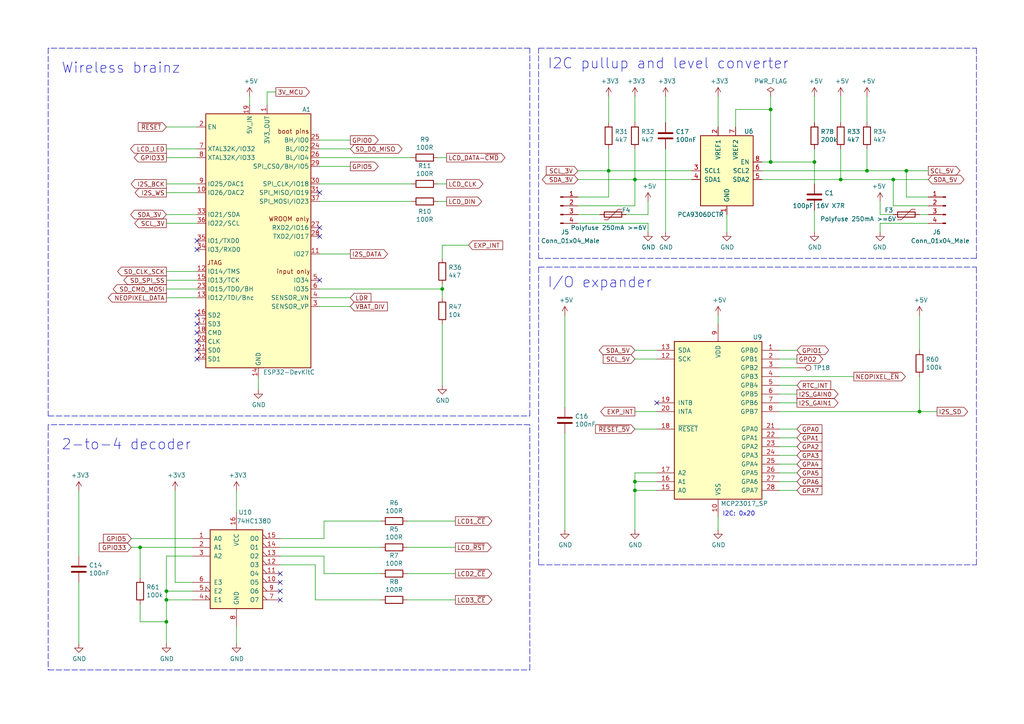
<source format=kicad_sch>
(kicad_sch (version 20211123) (generator eeschema)

  (uuid d8932824-bdfc-4009-a7d0-6ff32efa7e1a)

  (paper "A4")

  (title_block
    (title "Sunrise clock main board")
    (date "2021-08-06")
    (rev "V1.1")
    (company "https://github.com/atoomnetmarc/Sunrise-clock-hardware")
  )

  (lib_symbols
    (symbol "74xx:74LS138" (pin_names (offset 1.016)) (in_bom yes) (on_board yes)
      (property "Reference" "U" (id 0) (at -7.62 11.43 0)
        (effects (font (size 1.27 1.27)))
      )
      (property "Value" "74LS138" (id 1) (at -7.62 -13.97 0)
        (effects (font (size 1.27 1.27)))
      )
      (property "Footprint" "" (id 2) (at 0 0 0)
        (effects (font (size 1.27 1.27)) hide)
      )
      (property "Datasheet" "http://www.ti.com/lit/gpn/sn74LS138" (id 3) (at 0 0 0)
        (effects (font (size 1.27 1.27)) hide)
      )
      (property "ki_locked" "" (id 4) (at 0 0 0)
        (effects (font (size 1.27 1.27)))
      )
      (property "ki_keywords" "TTL DECOD DECOD8" (id 5) (at 0 0 0)
        (effects (font (size 1.27 1.27)) hide)
      )
      (property "ki_description" "Decoder 3 to 8 active low outputs" (id 6) (at 0 0 0)
        (effects (font (size 1.27 1.27)) hide)
      )
      (property "ki_fp_filters" "DIP?16*" (id 7) (at 0 0 0)
        (effects (font (size 1.27 1.27)) hide)
      )
      (symbol "74LS138_1_0"
        (pin input line (at -12.7 7.62 0) (length 5.08)
          (name "A0" (effects (font (size 1.27 1.27))))
          (number "1" (effects (font (size 1.27 1.27))))
        )
        (pin output output_low (at 12.7 -5.08 180) (length 5.08)
          (name "O5" (effects (font (size 1.27 1.27))))
          (number "10" (effects (font (size 1.27 1.27))))
        )
        (pin output output_low (at 12.7 -2.54 180) (length 5.08)
          (name "O4" (effects (font (size 1.27 1.27))))
          (number "11" (effects (font (size 1.27 1.27))))
        )
        (pin output output_low (at 12.7 0 180) (length 5.08)
          (name "O3" (effects (font (size 1.27 1.27))))
          (number "12" (effects (font (size 1.27 1.27))))
        )
        (pin output output_low (at 12.7 2.54 180) (length 5.08)
          (name "O2" (effects (font (size 1.27 1.27))))
          (number "13" (effects (font (size 1.27 1.27))))
        )
        (pin output output_low (at 12.7 5.08 180) (length 5.08)
          (name "O1" (effects (font (size 1.27 1.27))))
          (number "14" (effects (font (size 1.27 1.27))))
        )
        (pin output output_low (at 12.7 7.62 180) (length 5.08)
          (name "O0" (effects (font (size 1.27 1.27))))
          (number "15" (effects (font (size 1.27 1.27))))
        )
        (pin power_in line (at 0 15.24 270) (length 5.08)
          (name "VCC" (effects (font (size 1.27 1.27))))
          (number "16" (effects (font (size 1.27 1.27))))
        )
        (pin input line (at -12.7 5.08 0) (length 5.08)
          (name "A1" (effects (font (size 1.27 1.27))))
          (number "2" (effects (font (size 1.27 1.27))))
        )
        (pin input line (at -12.7 2.54 0) (length 5.08)
          (name "A2" (effects (font (size 1.27 1.27))))
          (number "3" (effects (font (size 1.27 1.27))))
        )
        (pin input input_low (at -12.7 -10.16 0) (length 5.08)
          (name "E1" (effects (font (size 1.27 1.27))))
          (number "4" (effects (font (size 1.27 1.27))))
        )
        (pin input input_low (at -12.7 -7.62 0) (length 5.08)
          (name "E2" (effects (font (size 1.27 1.27))))
          (number "5" (effects (font (size 1.27 1.27))))
        )
        (pin input line (at -12.7 -5.08 0) (length 5.08)
          (name "E3" (effects (font (size 1.27 1.27))))
          (number "6" (effects (font (size 1.27 1.27))))
        )
        (pin output output_low (at 12.7 -10.16 180) (length 5.08)
          (name "O7" (effects (font (size 1.27 1.27))))
          (number "7" (effects (font (size 1.27 1.27))))
        )
        (pin power_in line (at 0 -17.78 90) (length 5.08)
          (name "GND" (effects (font (size 1.27 1.27))))
          (number "8" (effects (font (size 1.27 1.27))))
        )
        (pin output output_low (at 12.7 -7.62 180) (length 5.08)
          (name "O6" (effects (font (size 1.27 1.27))))
          (number "9" (effects (font (size 1.27 1.27))))
        )
      )
      (symbol "74LS138_1_1"
        (rectangle (start -7.62 10.16) (end 7.62 -12.7)
          (stroke (width 0.254) (type default) (color 0 0 0 0))
          (fill (type background))
        )
      )
    )
    (symbol "Connector:Conn_01x04_Male" (pin_names (offset 1.016) hide) (in_bom yes) (on_board yes)
      (property "Reference" "J" (id 0) (at 0 5.08 0)
        (effects (font (size 1.27 1.27)))
      )
      (property "Value" "Conn_01x04_Male" (id 1) (at 0 -7.62 0)
        (effects (font (size 1.27 1.27)))
      )
      (property "Footprint" "" (id 2) (at 0 0 0)
        (effects (font (size 1.27 1.27)) hide)
      )
      (property "Datasheet" "~" (id 3) (at 0 0 0)
        (effects (font (size 1.27 1.27)) hide)
      )
      (property "ki_keywords" "connector" (id 4) (at 0 0 0)
        (effects (font (size 1.27 1.27)) hide)
      )
      (property "ki_description" "Generic connector, single row, 01x04, script generated (kicad-library-utils/schlib/autogen/connector/)" (id 5) (at 0 0 0)
        (effects (font (size 1.27 1.27)) hide)
      )
      (property "ki_fp_filters" "Connector*:*_1x??_*" (id 6) (at 0 0 0)
        (effects (font (size 1.27 1.27)) hide)
      )
      (symbol "Conn_01x04_Male_1_1"
        (polyline
          (pts
            (xy 1.27 -5.08)
            (xy 0.8636 -5.08)
          )
          (stroke (width 0.1524) (type default) (color 0 0 0 0))
          (fill (type none))
        )
        (polyline
          (pts
            (xy 1.27 -2.54)
            (xy 0.8636 -2.54)
          )
          (stroke (width 0.1524) (type default) (color 0 0 0 0))
          (fill (type none))
        )
        (polyline
          (pts
            (xy 1.27 0)
            (xy 0.8636 0)
          )
          (stroke (width 0.1524) (type default) (color 0 0 0 0))
          (fill (type none))
        )
        (polyline
          (pts
            (xy 1.27 2.54)
            (xy 0.8636 2.54)
          )
          (stroke (width 0.1524) (type default) (color 0 0 0 0))
          (fill (type none))
        )
        (rectangle (start 0.8636 -4.953) (end 0 -5.207)
          (stroke (width 0.1524) (type default) (color 0 0 0 0))
          (fill (type outline))
        )
        (rectangle (start 0.8636 -2.413) (end 0 -2.667)
          (stroke (width 0.1524) (type default) (color 0 0 0 0))
          (fill (type outline))
        )
        (rectangle (start 0.8636 0.127) (end 0 -0.127)
          (stroke (width 0.1524) (type default) (color 0 0 0 0))
          (fill (type outline))
        )
        (rectangle (start 0.8636 2.667) (end 0 2.413)
          (stroke (width 0.1524) (type default) (color 0 0 0 0))
          (fill (type outline))
        )
        (pin passive line (at 5.08 2.54 180) (length 3.81)
          (name "Pin_1" (effects (font (size 1.27 1.27))))
          (number "1" (effects (font (size 1.27 1.27))))
        )
        (pin passive line (at 5.08 0 180) (length 3.81)
          (name "Pin_2" (effects (font (size 1.27 1.27))))
          (number "2" (effects (font (size 1.27 1.27))))
        )
        (pin passive line (at 5.08 -2.54 180) (length 3.81)
          (name "Pin_3" (effects (font (size 1.27 1.27))))
          (number "3" (effects (font (size 1.27 1.27))))
        )
        (pin passive line (at 5.08 -5.08 180) (length 3.81)
          (name "Pin_4" (effects (font (size 1.27 1.27))))
          (number "4" (effects (font (size 1.27 1.27))))
        )
      )
    )
    (symbol "Connector:TestPoint" (pin_numbers hide) (pin_names (offset 0.762) hide) (in_bom yes) (on_board yes)
      (property "Reference" "TP" (id 0) (at 0 6.858 0)
        (effects (font (size 1.27 1.27)))
      )
      (property "Value" "TestPoint" (id 1) (at 0 5.08 0)
        (effects (font (size 1.27 1.27)))
      )
      (property "Footprint" "" (id 2) (at 5.08 0 0)
        (effects (font (size 1.27 1.27)) hide)
      )
      (property "Datasheet" "~" (id 3) (at 5.08 0 0)
        (effects (font (size 1.27 1.27)) hide)
      )
      (property "ki_keywords" "test point tp" (id 4) (at 0 0 0)
        (effects (font (size 1.27 1.27)) hide)
      )
      (property "ki_description" "test point" (id 5) (at 0 0 0)
        (effects (font (size 1.27 1.27)) hide)
      )
      (property "ki_fp_filters" "Pin* Test*" (id 6) (at 0 0 0)
        (effects (font (size 1.27 1.27)) hide)
      )
      (symbol "TestPoint_0_1"
        (circle (center 0 3.302) (radius 0.762)
          (stroke (width 0) (type default) (color 0 0 0 0))
          (fill (type none))
        )
      )
      (symbol "TestPoint_1_1"
        (pin passive line (at 0 0 90) (length 2.54)
          (name "1" (effects (font (size 1.27 1.27))))
          (number "1" (effects (font (size 1.27 1.27))))
        )
      )
    )
    (symbol "Device:C" (pin_numbers hide) (pin_names (offset 0.254)) (in_bom yes) (on_board yes)
      (property "Reference" "C" (id 0) (at 0.635 2.54 0)
        (effects (font (size 1.27 1.27)) (justify left))
      )
      (property "Value" "C" (id 1) (at 0.635 -2.54 0)
        (effects (font (size 1.27 1.27)) (justify left))
      )
      (property "Footprint" "" (id 2) (at 0.9652 -3.81 0)
        (effects (font (size 1.27 1.27)) hide)
      )
      (property "Datasheet" "~" (id 3) (at 0 0 0)
        (effects (font (size 1.27 1.27)) hide)
      )
      (property "ki_keywords" "cap capacitor" (id 4) (at 0 0 0)
        (effects (font (size 1.27 1.27)) hide)
      )
      (property "ki_description" "Unpolarized capacitor" (id 5) (at 0 0 0)
        (effects (font (size 1.27 1.27)) hide)
      )
      (property "ki_fp_filters" "C_*" (id 6) (at 0 0 0)
        (effects (font (size 1.27 1.27)) hide)
      )
      (symbol "C_0_1"
        (polyline
          (pts
            (xy -2.032 -0.762)
            (xy 2.032 -0.762)
          )
          (stroke (width 0.508) (type default) (color 0 0 0 0))
          (fill (type none))
        )
        (polyline
          (pts
            (xy -2.032 0.762)
            (xy 2.032 0.762)
          )
          (stroke (width 0.508) (type default) (color 0 0 0 0))
          (fill (type none))
        )
      )
      (symbol "C_1_1"
        (pin passive line (at 0 3.81 270) (length 2.794)
          (name "~" (effects (font (size 1.27 1.27))))
          (number "1" (effects (font (size 1.27 1.27))))
        )
        (pin passive line (at 0 -3.81 90) (length 2.794)
          (name "~" (effects (font (size 1.27 1.27))))
          (number "2" (effects (font (size 1.27 1.27))))
        )
      )
    )
    (symbol "Device:Polyfuse" (pin_numbers hide) (pin_names (offset 0)) (in_bom yes) (on_board yes)
      (property "Reference" "F" (id 0) (at -2.54 0 90)
        (effects (font (size 1.27 1.27)))
      )
      (property "Value" "Polyfuse" (id 1) (at 2.54 0 90)
        (effects (font (size 1.27 1.27)))
      )
      (property "Footprint" "" (id 2) (at 1.27 -5.08 0)
        (effects (font (size 1.27 1.27)) (justify left) hide)
      )
      (property "Datasheet" "~" (id 3) (at 0 0 0)
        (effects (font (size 1.27 1.27)) hide)
      )
      (property "ki_keywords" "resettable fuse PTC PPTC polyfuse polyswitch" (id 4) (at 0 0 0)
        (effects (font (size 1.27 1.27)) hide)
      )
      (property "ki_description" "Resettable fuse, polymeric positive temperature coefficient" (id 5) (at 0 0 0)
        (effects (font (size 1.27 1.27)) hide)
      )
      (property "ki_fp_filters" "*polyfuse* *PTC*" (id 6) (at 0 0 0)
        (effects (font (size 1.27 1.27)) hide)
      )
      (symbol "Polyfuse_0_1"
        (rectangle (start -0.762 2.54) (end 0.762 -2.54)
          (stroke (width 0.254) (type default) (color 0 0 0 0))
          (fill (type none))
        )
        (polyline
          (pts
            (xy 0 2.54)
            (xy 0 -2.54)
          )
          (stroke (width 0) (type default) (color 0 0 0 0))
          (fill (type none))
        )
        (polyline
          (pts
            (xy -1.524 2.54)
            (xy -1.524 1.524)
            (xy 1.524 -1.524)
            (xy 1.524 -2.54)
          )
          (stroke (width 0) (type default) (color 0 0 0 0))
          (fill (type none))
        )
      )
      (symbol "Polyfuse_1_1"
        (pin passive line (at 0 3.81 270) (length 1.27)
          (name "~" (effects (font (size 1.27 1.27))))
          (number "1" (effects (font (size 1.27 1.27))))
        )
        (pin passive line (at 0 -3.81 90) (length 1.27)
          (name "~" (effects (font (size 1.27 1.27))))
          (number "2" (effects (font (size 1.27 1.27))))
        )
      )
    )
    (symbol "Device:R" (pin_numbers hide) (pin_names (offset 0)) (in_bom yes) (on_board yes)
      (property "Reference" "R" (id 0) (at 2.032 0 90)
        (effects (font (size 1.27 1.27)))
      )
      (property "Value" "R" (id 1) (at 0 0 90)
        (effects (font (size 1.27 1.27)))
      )
      (property "Footprint" "" (id 2) (at -1.778 0 90)
        (effects (font (size 1.27 1.27)) hide)
      )
      (property "Datasheet" "~" (id 3) (at 0 0 0)
        (effects (font (size 1.27 1.27)) hide)
      )
      (property "ki_keywords" "R res resistor" (id 4) (at 0 0 0)
        (effects (font (size 1.27 1.27)) hide)
      )
      (property "ki_description" "Resistor" (id 5) (at 0 0 0)
        (effects (font (size 1.27 1.27)) hide)
      )
      (property "ki_fp_filters" "R_*" (id 6) (at 0 0 0)
        (effects (font (size 1.27 1.27)) hide)
      )
      (symbol "R_0_1"
        (rectangle (start -1.016 -2.54) (end 1.016 2.54)
          (stroke (width 0.254) (type default) (color 0 0 0 0))
          (fill (type none))
        )
      )
      (symbol "R_1_1"
        (pin passive line (at 0 3.81 270) (length 1.27)
          (name "~" (effects (font (size 1.27 1.27))))
          (number "1" (effects (font (size 1.27 1.27))))
        )
        (pin passive line (at 0 -3.81 90) (length 1.27)
          (name "~" (effects (font (size 1.27 1.27))))
          (number "2" (effects (font (size 1.27 1.27))))
        )
      )
    )
    (symbol "Interface:PCA9306" (pin_names (offset 1.016)) (in_bom yes) (on_board yes)
      (property "Reference" "U" (id 0) (at -7.62 11.43 0)
        (effects (font (size 1.27 1.27)) (justify left))
      )
      (property "Value" "PCA9306" (id 1) (at 5.08 11.43 0)
        (effects (font (size 1.27 1.27)) (justify left))
      )
      (property "Footprint" "" (id 2) (at -10.16 8.89 0)
        (effects (font (size 1.27 1.27)) hide)
      )
      (property "Datasheet" "http://www.ti.com/lit/ds/symlink/pca9306.pdf" (id 3) (at -7.62 11.43 0)
        (effects (font (size 1.27 1.27)) hide)
      )
      (property "ki_keywords" "Dual bidirectional I2C Bus and SMBus voltage level translator" (id 4) (at 0 0 0)
        (effects (font (size 1.27 1.27)) hide)
      )
      (property "ki_description" "Dual bidirectional I2C Bus and SMBus voltage level translator" (id 5) (at 0 0 0)
        (effects (font (size 1.27 1.27)) hide)
      )
      (property "ki_fp_filters" "SSOP*2.95x2.8mm*P0.65mm* VSSOP*2.3x2mm*P0.5mm* X2SON*1.4x1mm*P0.35mm*" (id 6) (at 0 0 0)
        (effects (font (size 1.27 1.27)) hide)
      )
      (symbol "PCA9306_0_1"
        (rectangle (start -7.62 10.16) (end 7.62 -10.16)
          (stroke (width 0.254) (type default) (color 0 0 0 0))
          (fill (type background))
        )
      )
      (symbol "PCA9306_1_1"
        (pin power_in line (at 0 -12.7 90) (length 2.54)
          (name "GND" (effects (font (size 1.27 1.27))))
          (number "1" (effects (font (size 1.27 1.27))))
        )
        (pin power_in line (at -2.54 12.7 270) (length 2.54)
          (name "VREF1" (effects (font (size 1.27 1.27))))
          (number "2" (effects (font (size 1.27 1.27))))
        )
        (pin bidirectional line (at -10.16 0 0) (length 2.54)
          (name "SCL1" (effects (font (size 1.27 1.27))))
          (number "3" (effects (font (size 1.27 1.27))))
        )
        (pin bidirectional line (at -10.16 -2.54 0) (length 2.54)
          (name "SDA1" (effects (font (size 1.27 1.27))))
          (number "4" (effects (font (size 1.27 1.27))))
        )
        (pin bidirectional line (at 10.16 -2.54 180) (length 2.54)
          (name "SDA2" (effects (font (size 1.27 1.27))))
          (number "5" (effects (font (size 1.27 1.27))))
        )
        (pin bidirectional line (at 10.16 0 180) (length 2.54)
          (name "SCL2" (effects (font (size 1.27 1.27))))
          (number "6" (effects (font (size 1.27 1.27))))
        )
        (pin power_in line (at 2.54 12.7 270) (length 2.54)
          (name "VREF2" (effects (font (size 1.27 1.27))))
          (number "7" (effects (font (size 1.27 1.27))))
        )
        (pin input line (at 10.16 2.54 180) (length 2.54)
          (name "EN" (effects (font (size 1.27 1.27))))
          (number "8" (effects (font (size 1.27 1.27))))
        )
      )
    )
    (symbol "Interface_Expansion:MCP23017_SP" (pin_names (offset 1.016)) (in_bom yes) (on_board yes)
      (property "Reference" "U" (id 0) (at -11.43 24.13 0)
        (effects (font (size 1.27 1.27)))
      )
      (property "Value" "MCP23017_SP" (id 1) (at 0 0 0)
        (effects (font (size 1.27 1.27)))
      )
      (property "Footprint" "Package_DIP:DIP-28_W7.62mm" (id 2) (at 5.08 -25.4 0)
        (effects (font (size 1.27 1.27)) (justify left) hide)
      )
      (property "Datasheet" "http://ww1.microchip.com/downloads/en/DeviceDoc/20001952C.pdf" (id 3) (at 5.08 -27.94 0)
        (effects (font (size 1.27 1.27)) (justify left) hide)
      )
      (property "ki_keywords" "I2C parallel port expander" (id 4) (at 0 0 0)
        (effects (font (size 1.27 1.27)) hide)
      )
      (property "ki_description" "16-bit I/O expander, I2C, interrupts, w pull-ups, SPDIP-28" (id 5) (at 0 0 0)
        (effects (font (size 1.27 1.27)) hide)
      )
      (property "ki_fp_filters" "DIP*W7.62mm*" (id 6) (at 0 0 0)
        (effects (font (size 1.27 1.27)) hide)
      )
      (symbol "MCP23017_SP_0_1"
        (rectangle (start -12.7 22.86) (end 12.7 -22.86)
          (stroke (width 0.254) (type default) (color 0 0 0 0))
          (fill (type background))
        )
      )
      (symbol "MCP23017_SP_1_1"
        (pin bidirectional line (at 17.78 20.32 180) (length 5.08)
          (name "GPB0" (effects (font (size 1.27 1.27))))
          (number "1" (effects (font (size 1.27 1.27))))
        )
        (pin power_in line (at 0 -27.94 90) (length 5.08)
          (name "VSS" (effects (font (size 1.27 1.27))))
          (number "10" (effects (font (size 1.27 1.27))))
        )
        (pin no_connect line (at -12.7 15.24 0) (length 5.08) hide
          (name "NC" (effects (font (size 1.27 1.27))))
          (number "11" (effects (font (size 1.27 1.27))))
        )
        (pin input line (at -17.78 17.78 0) (length 5.08)
          (name "SCK" (effects (font (size 1.27 1.27))))
          (number "12" (effects (font (size 1.27 1.27))))
        )
        (pin bidirectional line (at -17.78 20.32 0) (length 5.08)
          (name "SDA" (effects (font (size 1.27 1.27))))
          (number "13" (effects (font (size 1.27 1.27))))
        )
        (pin no_connect line (at -12.7 12.7 0) (length 5.08) hide
          (name "NC" (effects (font (size 1.27 1.27))))
          (number "14" (effects (font (size 1.27 1.27))))
        )
        (pin input line (at -17.78 -20.32 0) (length 5.08)
          (name "A0" (effects (font (size 1.27 1.27))))
          (number "15" (effects (font (size 1.27 1.27))))
        )
        (pin input line (at -17.78 -17.78 0) (length 5.08)
          (name "A1" (effects (font (size 1.27 1.27))))
          (number "16" (effects (font (size 1.27 1.27))))
        )
        (pin input line (at -17.78 -15.24 0) (length 5.08)
          (name "A2" (effects (font (size 1.27 1.27))))
          (number "17" (effects (font (size 1.27 1.27))))
        )
        (pin input line (at -17.78 -2.54 0) (length 5.08)
          (name "~{RESET}" (effects (font (size 1.27 1.27))))
          (number "18" (effects (font (size 1.27 1.27))))
        )
        (pin tri_state line (at -17.78 5.08 0) (length 5.08)
          (name "INTB" (effects (font (size 1.27 1.27))))
          (number "19" (effects (font (size 1.27 1.27))))
        )
        (pin bidirectional line (at 17.78 17.78 180) (length 5.08)
          (name "GPB1" (effects (font (size 1.27 1.27))))
          (number "2" (effects (font (size 1.27 1.27))))
        )
        (pin tri_state line (at -17.78 2.54 0) (length 5.08)
          (name "INTA" (effects (font (size 1.27 1.27))))
          (number "20" (effects (font (size 1.27 1.27))))
        )
        (pin bidirectional line (at 17.78 -2.54 180) (length 5.08)
          (name "GPA0" (effects (font (size 1.27 1.27))))
          (number "21" (effects (font (size 1.27 1.27))))
        )
        (pin bidirectional line (at 17.78 -5.08 180) (length 5.08)
          (name "GPA1" (effects (font (size 1.27 1.27))))
          (number "22" (effects (font (size 1.27 1.27))))
        )
        (pin bidirectional line (at 17.78 -7.62 180) (length 5.08)
          (name "GPA2" (effects (font (size 1.27 1.27))))
          (number "23" (effects (font (size 1.27 1.27))))
        )
        (pin bidirectional line (at 17.78 -10.16 180) (length 5.08)
          (name "GPA3" (effects (font (size 1.27 1.27))))
          (number "24" (effects (font (size 1.27 1.27))))
        )
        (pin bidirectional line (at 17.78 -12.7 180) (length 5.08)
          (name "GPA4" (effects (font (size 1.27 1.27))))
          (number "25" (effects (font (size 1.27 1.27))))
        )
        (pin bidirectional line (at 17.78 -15.24 180) (length 5.08)
          (name "GPA5" (effects (font (size 1.27 1.27))))
          (number "26" (effects (font (size 1.27 1.27))))
        )
        (pin bidirectional line (at 17.78 -17.78 180) (length 5.08)
          (name "GPA6" (effects (font (size 1.27 1.27))))
          (number "27" (effects (font (size 1.27 1.27))))
        )
        (pin bidirectional line (at 17.78 -20.32 180) (length 5.08)
          (name "GPA7" (effects (font (size 1.27 1.27))))
          (number "28" (effects (font (size 1.27 1.27))))
        )
        (pin bidirectional line (at 17.78 15.24 180) (length 5.08)
          (name "GPB2" (effects (font (size 1.27 1.27))))
          (number "3" (effects (font (size 1.27 1.27))))
        )
        (pin bidirectional line (at 17.78 12.7 180) (length 5.08)
          (name "GPB3" (effects (font (size 1.27 1.27))))
          (number "4" (effects (font (size 1.27 1.27))))
        )
        (pin bidirectional line (at 17.78 10.16 180) (length 5.08)
          (name "GPB4" (effects (font (size 1.27 1.27))))
          (number "5" (effects (font (size 1.27 1.27))))
        )
        (pin bidirectional line (at 17.78 7.62 180) (length 5.08)
          (name "GPB5" (effects (font (size 1.27 1.27))))
          (number "6" (effects (font (size 1.27 1.27))))
        )
        (pin bidirectional line (at 17.78 5.08 180) (length 5.08)
          (name "GPB6" (effects (font (size 1.27 1.27))))
          (number "7" (effects (font (size 1.27 1.27))))
        )
        (pin bidirectional line (at 17.78 2.54 180) (length 5.08)
          (name "GPB7" (effects (font (size 1.27 1.27))))
          (number "8" (effects (font (size 1.27 1.27))))
        )
        (pin power_in line (at 0 27.94 270) (length 5.08)
          (name "VDD" (effects (font (size 1.27 1.27))))
          (number "9" (effects (font (size 1.27 1.27))))
        )
      )
    )
    (symbol "MCU_Module-extra:ESP32-DevKitC" (in_bom yes) (on_board yes)
      (property "Reference" "A" (id 0) (at -12.7 31.75 0)
        (effects (font (size 1.27 1.27)) (justify left))
      )
      (property "Value" "MCU_Module-extra_ESP32-DevKitC" (id 1) (at 3.81 31.75 0)
        (effects (font (size 1.27 1.27)) (justify left))
      )
      (property "Footprint" "Module-extra:ESP32-DevKitC" (id 2) (at 0 -48.26 0)
        (effects (font (size 1.27 1.27)) hide)
      )
      (property "Datasheet" "" (id 3) (at -7.62 -2.54 0)
        (effects (font (size 1.27 1.27)) hide)
      )
      (property "ki_fp_filters" "ESP32?WROOM?32*" (id 4) (at 0 0 0)
        (effects (font (size 1.27 1.27)) hide)
      )
      (symbol "ESP32-DevKitC_0_0"
        (text "boot pins" (at 10.16 25.4 0)
          (effects (font (size 1.27 1.27)))
        )
        (text "input only" (at 10.16 -15.24 0)
          (effects (font (size 1.27 1.27)))
        )
        (text "JTAG" (at -12.7 -12.7 0)
          (effects (font (size 1.27 1.27)))
        )
        (text "WROOM only" (at 8.89 0 0)
          (effects (font (size 1.27 1.27)))
        )
      )
      (symbol "ESP32-DevKitC_0_1"
        (rectangle (start -15.24 30.48) (end 15.24 -43.18)
          (stroke (width 0.254) (type default) (color 0 0 0 0))
          (fill (type background))
        )
      )
      (symbol "ESP32-DevKitC_1_1"
        (pin power_out line (at 2.54 33.02 270) (length 2.54)
          (name "3V3_OUT" (effects (font (size 1.27 1.27))))
          (number "1" (effects (font (size 1.27 1.27))))
        )
        (pin bidirectional line (at -17.78 7.62 0) (length 2.54)
          (name "IO26/DAC2" (effects (font (size 1.27 1.27))))
          (number "10" (effects (font (size 1.27 1.27))))
        )
        (pin bidirectional line (at 17.78 -10.16 180) (length 2.54)
          (name "IO27" (effects (font (size 1.27 1.27))))
          (number "11" (effects (font (size 1.27 1.27))))
        )
        (pin bidirectional line (at -17.78 -15.24 0) (length 2.54)
          (name "IO14/TMS" (effects (font (size 1.27 1.27))))
          (number "12" (effects (font (size 1.27 1.27))))
        )
        (pin bidirectional line (at -17.78 -22.86 0) (length 2.54)
          (name "IO12/TDI/Bnc" (effects (font (size 1.27 1.27))))
          (number "13" (effects (font (size 1.27 1.27))))
        )
        (pin power_in line (at 0 -45.72 90) (length 2.54)
          (name "GND" (effects (font (size 1.27 1.27))))
          (number "14" (effects (font (size 1.27 1.27))))
        )
        (pin bidirectional line (at -17.78 -17.78 0) (length 2.54)
          (name "IO13/TCK" (effects (font (size 1.27 1.27))))
          (number "15" (effects (font (size 1.27 1.27))))
        )
        (pin bidirectional line (at -17.78 -27.94 0) (length 2.54)
          (name "SD2" (effects (font (size 1.27 1.27))))
          (number "16" (effects (font (size 1.27 1.27))))
        )
        (pin bidirectional line (at -17.78 -30.48 0) (length 2.54)
          (name "SD3" (effects (font (size 1.27 1.27))))
          (number "17" (effects (font (size 1.27 1.27))))
        )
        (pin bidirectional line (at -17.78 -33.02 0) (length 2.54)
          (name "CMD" (effects (font (size 1.27 1.27))))
          (number "18" (effects (font (size 1.27 1.27))))
        )
        (pin power_in line (at -2.54 33.02 270) (length 2.54)
          (name "5V_IN" (effects (font (size 1.27 1.27))))
          (number "19" (effects (font (size 1.27 1.27))))
        )
        (pin input line (at -17.78 26.67 0) (length 2.54)
          (name "EN" (effects (font (size 1.27 1.27))))
          (number "2" (effects (font (size 1.27 1.27))))
        )
        (pin bidirectional line (at -17.78 -35.56 0) (length 2.54)
          (name "CLK" (effects (font (size 1.27 1.27))))
          (number "20" (effects (font (size 1.27 1.27))))
        )
        (pin bidirectional line (at -17.78 -38.1 0) (length 2.54)
          (name "SD0" (effects (font (size 1.27 1.27))))
          (number "21" (effects (font (size 1.27 1.27))))
        )
        (pin bidirectional line (at -17.78 -40.64 0) (length 2.54)
          (name "SD1" (effects (font (size 1.27 1.27))))
          (number "22" (effects (font (size 1.27 1.27))))
        )
        (pin bidirectional line (at -17.78 -20.32 0) (length 2.54)
          (name "IO15/TDO/BH" (effects (font (size 1.27 1.27))))
          (number "23" (effects (font (size 1.27 1.27))))
        )
        (pin bidirectional line (at 17.78 20.32 180) (length 2.54)
          (name "BL/IO2" (effects (font (size 1.27 1.27))))
          (number "24" (effects (font (size 1.27 1.27))))
        )
        (pin bidirectional line (at 17.78 22.86 180) (length 2.54)
          (name "BH/IO0" (effects (font (size 1.27 1.27))))
          (number "25" (effects (font (size 1.27 1.27))))
        )
        (pin bidirectional line (at 17.78 17.78 180) (length 2.54)
          (name "BL/IO4" (effects (font (size 1.27 1.27))))
          (number "26" (effects (font (size 1.27 1.27))))
        )
        (pin bidirectional line (at 17.78 -2.54 180) (length 2.54)
          (name "RXD2/IO16" (effects (font (size 1.27 1.27))))
          (number "27" (effects (font (size 1.27 1.27))))
        )
        (pin bidirectional line (at 17.78 -5.08 180) (length 2.54)
          (name "TXD2/IO17" (effects (font (size 1.27 1.27))))
          (number "28" (effects (font (size 1.27 1.27))))
        )
        (pin bidirectional line (at 17.78 15.24 180) (length 2.54)
          (name "SPI_CS0/BH/IO5" (effects (font (size 1.27 1.27))))
          (number "29" (effects (font (size 1.27 1.27))))
        )
        (pin input line (at 17.78 -25.4 180) (length 2.54)
          (name "SENSOR_VP" (effects (font (size 1.27 1.27))))
          (number "3" (effects (font (size 1.27 1.27))))
        )
        (pin bidirectional line (at 17.78 10.16 180) (length 2.54)
          (name "SPI_CLK/IO18" (effects (font (size 1.27 1.27))))
          (number "30" (effects (font (size 1.27 1.27))))
        )
        (pin bidirectional line (at 17.78 7.62 180) (length 2.54)
          (name "SPI_MISO/IO19" (effects (font (size 1.27 1.27))))
          (number "31" (effects (font (size 1.27 1.27))))
        )
        (pin passive line (at 0 -45.72 90) (length 2.54) hide
          (name "GND" (effects (font (size 1.27 1.27))))
          (number "32" (effects (font (size 1.27 1.27))))
        )
        (pin bidirectional line (at -17.78 1.27 0) (length 2.54)
          (name "IO21/SDA" (effects (font (size 1.27 1.27))))
          (number "33" (effects (font (size 1.27 1.27))))
        )
        (pin bidirectional line (at -17.78 -8.89 0) (length 2.54)
          (name "IO3/RXD0" (effects (font (size 1.27 1.27))))
          (number "34" (effects (font (size 1.27 1.27))))
        )
        (pin bidirectional line (at -17.78 -6.35 0) (length 2.54)
          (name "IO1/TXD0" (effects (font (size 1.27 1.27))))
          (number "35" (effects (font (size 1.27 1.27))))
        )
        (pin bidirectional line (at -17.78 -1.27 0) (length 2.54)
          (name "IO22/SCL" (effects (font (size 1.27 1.27))))
          (number "36" (effects (font (size 1.27 1.27))))
        )
        (pin bidirectional line (at 17.78 5.08 180) (length 2.54)
          (name "SPI_MOSI/IO23" (effects (font (size 1.27 1.27))))
          (number "37" (effects (font (size 1.27 1.27))))
        )
        (pin passive line (at 0 -45.72 90) (length 2.54) hide
          (name "GND" (effects (font (size 1.27 1.27))))
          (number "38" (effects (font (size 1.27 1.27))))
        )
        (pin input line (at 17.78 -22.86 180) (length 2.54)
          (name "SENSOR_VN" (effects (font (size 1.27 1.27))))
          (number "4" (effects (font (size 1.27 1.27))))
        )
        (pin input line (at 17.78 -17.78 180) (length 2.54)
          (name "IO34" (effects (font (size 1.27 1.27))))
          (number "5" (effects (font (size 1.27 1.27))))
        )
        (pin input line (at 17.78 -20.32 180) (length 2.54)
          (name "IO35" (effects (font (size 1.27 1.27))))
          (number "6" (effects (font (size 1.27 1.27))))
        )
        (pin bidirectional line (at -17.78 20.32 0) (length 2.54)
          (name "XTAL32K/IO32" (effects (font (size 1.27 1.27))))
          (number "7" (effects (font (size 1.27 1.27))))
        )
        (pin bidirectional line (at -17.78 17.78 0) (length 2.54)
          (name "XTAL32K/IO33" (effects (font (size 1.27 1.27))))
          (number "8" (effects (font (size 1.27 1.27))))
        )
        (pin bidirectional line (at -17.78 10.16 0) (length 2.54)
          (name "IO25/DAC1" (effects (font (size 1.27 1.27))))
          (number "9" (effects (font (size 1.27 1.27))))
        )
      )
    )
    (symbol "power:+3.3V" (power) (pin_names (offset 0)) (in_bom yes) (on_board yes)
      (property "Reference" "#PWR" (id 0) (at 0 -3.81 0)
        (effects (font (size 1.27 1.27)) hide)
      )
      (property "Value" "+3.3V" (id 1) (at 0 3.556 0)
        (effects (font (size 1.27 1.27)))
      )
      (property "Footprint" "" (id 2) (at 0 0 0)
        (effects (font (size 1.27 1.27)) hide)
      )
      (property "Datasheet" "" (id 3) (at 0 0 0)
        (effects (font (size 1.27 1.27)) hide)
      )
      (property "ki_keywords" "power-flag" (id 4) (at 0 0 0)
        (effects (font (size 1.27 1.27)) hide)
      )
      (property "ki_description" "Power symbol creates a global label with name \"+3.3V\"" (id 5) (at 0 0 0)
        (effects (font (size 1.27 1.27)) hide)
      )
      (symbol "+3.3V_0_1"
        (polyline
          (pts
            (xy -0.762 1.27)
            (xy 0 2.54)
          )
          (stroke (width 0) (type default) (color 0 0 0 0))
          (fill (type none))
        )
        (polyline
          (pts
            (xy 0 0)
            (xy 0 2.54)
          )
          (stroke (width 0) (type default) (color 0 0 0 0))
          (fill (type none))
        )
        (polyline
          (pts
            (xy 0 2.54)
            (xy 0.762 1.27)
          )
          (stroke (width 0) (type default) (color 0 0 0 0))
          (fill (type none))
        )
      )
      (symbol "+3.3V_1_1"
        (pin power_in line (at 0 0 90) (length 0) hide
          (name "+3V3" (effects (font (size 1.27 1.27))))
          (number "1" (effects (font (size 1.27 1.27))))
        )
      )
    )
    (symbol "power:+5V" (power) (pin_names (offset 0)) (in_bom yes) (on_board yes)
      (property "Reference" "#PWR" (id 0) (at 0 -3.81 0)
        (effects (font (size 1.27 1.27)) hide)
      )
      (property "Value" "+5V" (id 1) (at 0 3.556 0)
        (effects (font (size 1.27 1.27)))
      )
      (property "Footprint" "" (id 2) (at 0 0 0)
        (effects (font (size 1.27 1.27)) hide)
      )
      (property "Datasheet" "" (id 3) (at 0 0 0)
        (effects (font (size 1.27 1.27)) hide)
      )
      (property "ki_keywords" "power-flag" (id 4) (at 0 0 0)
        (effects (font (size 1.27 1.27)) hide)
      )
      (property "ki_description" "Power symbol creates a global label with name \"+5V\"" (id 5) (at 0 0 0)
        (effects (font (size 1.27 1.27)) hide)
      )
      (symbol "+5V_0_1"
        (polyline
          (pts
            (xy -0.762 1.27)
            (xy 0 2.54)
          )
          (stroke (width 0) (type default) (color 0 0 0 0))
          (fill (type none))
        )
        (polyline
          (pts
            (xy 0 0)
            (xy 0 2.54)
          )
          (stroke (width 0) (type default) (color 0 0 0 0))
          (fill (type none))
        )
        (polyline
          (pts
            (xy 0 2.54)
            (xy 0.762 1.27)
          )
          (stroke (width 0) (type default) (color 0 0 0 0))
          (fill (type none))
        )
      )
      (symbol "+5V_1_1"
        (pin power_in line (at 0 0 90) (length 0) hide
          (name "+5V" (effects (font (size 1.27 1.27))))
          (number "1" (effects (font (size 1.27 1.27))))
        )
      )
    )
    (symbol "power:GND" (power) (pin_names (offset 0)) (in_bom yes) (on_board yes)
      (property "Reference" "#PWR" (id 0) (at 0 -6.35 0)
        (effects (font (size 1.27 1.27)) hide)
      )
      (property "Value" "GND" (id 1) (at 0 -3.81 0)
        (effects (font (size 1.27 1.27)))
      )
      (property "Footprint" "" (id 2) (at 0 0 0)
        (effects (font (size 1.27 1.27)) hide)
      )
      (property "Datasheet" "" (id 3) (at 0 0 0)
        (effects (font (size 1.27 1.27)) hide)
      )
      (property "ki_keywords" "power-flag" (id 4) (at 0 0 0)
        (effects (font (size 1.27 1.27)) hide)
      )
      (property "ki_description" "Power symbol creates a global label with name \"GND\" , ground" (id 5) (at 0 0 0)
        (effects (font (size 1.27 1.27)) hide)
      )
      (symbol "GND_0_1"
        (polyline
          (pts
            (xy 0 0)
            (xy 0 -1.27)
            (xy 1.27 -1.27)
            (xy 0 -2.54)
            (xy -1.27 -1.27)
            (xy 0 -1.27)
          )
          (stroke (width 0) (type default) (color 0 0 0 0))
          (fill (type none))
        )
      )
      (symbol "GND_1_1"
        (pin power_in line (at 0 0 270) (length 0) hide
          (name "GND" (effects (font (size 1.27 1.27))))
          (number "1" (effects (font (size 1.27 1.27))))
        )
      )
    )
    (symbol "power:PWR_FLAG" (power) (pin_numbers hide) (pin_names (offset 0) hide) (in_bom yes) (on_board yes)
      (property "Reference" "#FLG" (id 0) (at 0 1.905 0)
        (effects (font (size 1.27 1.27)) hide)
      )
      (property "Value" "PWR_FLAG" (id 1) (at 0 3.81 0)
        (effects (font (size 1.27 1.27)))
      )
      (property "Footprint" "" (id 2) (at 0 0 0)
        (effects (font (size 1.27 1.27)) hide)
      )
      (property "Datasheet" "~" (id 3) (at 0 0 0)
        (effects (font (size 1.27 1.27)) hide)
      )
      (property "ki_keywords" "power-flag" (id 4) (at 0 0 0)
        (effects (font (size 1.27 1.27)) hide)
      )
      (property "ki_description" "Special symbol for telling ERC where power comes from" (id 5) (at 0 0 0)
        (effects (font (size 1.27 1.27)) hide)
      )
      (symbol "PWR_FLAG_0_0"
        (pin power_out line (at 0 0 90) (length 0)
          (name "pwr" (effects (font (size 1.27 1.27))))
          (number "1" (effects (font (size 1.27 1.27))))
        )
      )
      (symbol "PWR_FLAG_0_1"
        (polyline
          (pts
            (xy 0 0)
            (xy 0 1.27)
            (xy -1.016 1.905)
            (xy 0 2.54)
            (xy 1.016 1.905)
            (xy 0 1.27)
          )
          (stroke (width 0) (type default) (color 0 0 0 0))
          (fill (type none))
        )
      )
    )
  )

  (junction (at 40.64 158.75) (diameter 0) (color 0 0 0 0)
    (uuid 09433d97-62ec-42de-89f2-7d0b68dc1b9d)
  )
  (junction (at 48.26 173.99) (diameter 0) (color 0 0 0 0)
    (uuid 128a7556-cb3d-406d-b84d-6d9efc7f9ed8)
  )
  (junction (at 184.15 139.7) (diameter 0) (color 0 0 0 0)
    (uuid 1843d2c0-629c-44e7-8460-03ced60a2111)
  )
  (junction (at 48.26 180.34) (diameter 0) (color 0 0 0 0)
    (uuid 198642f2-8db4-475b-ac24-9da65c994a3a)
  )
  (junction (at 184.15 52.07) (diameter 0) (color 0 0 0 0)
    (uuid 1c57f8a5-0a6c-44cd-b514-5b9d5f8cc98b)
  )
  (junction (at 262.89 49.53) (diameter 0) (color 0 0 0 0)
    (uuid 1cd08355-701e-4fba-886f-d48517dcccf5)
  )
  (junction (at 48.26 171.45) (diameter 0) (color 0 0 0 0)
    (uuid 22cb26b9-d501-4786-ab70-b7ac2868619c)
  )
  (junction (at 266.7 119.38) (diameter 0) (color 0 0 0 0)
    (uuid 233d14ec-e17f-4b70-ace9-a65479e58a33)
  )
  (junction (at 223.52 46.99) (diameter 0) (color 0 0 0 0)
    (uuid 422a6702-d1c1-4e76-898e-ec20aaee30c2)
  )
  (junction (at 236.22 46.99) (diameter 0) (color 0 0 0 0)
    (uuid b03cb553-3709-44f5-9a1e-0bd7ca2daf93)
  )
  (junction (at 223.52 31.75) (diameter 0) (color 0 0 0 0)
    (uuid b0b40da2-8918-4f0b-b11b-1408b929feb5)
  )
  (junction (at 184.15 142.24) (diameter 0) (color 0 0 0 0)
    (uuid b7496a40-6116-4192-b413-2a22be4b5f9f)
  )
  (junction (at 251.46 49.53) (diameter 0) (color 0 0 0 0)
    (uuid c2d24be9-0a91-4ad8-a6f8-4f606bd871ac)
  )
  (junction (at 259.08 52.07) (diameter 0) (color 0 0 0 0)
    (uuid c2f8c49f-d49f-49e2-940a-a7b9765ffdf0)
  )
  (junction (at 128.27 83.82) (diameter 0) (color 0 0 0 0)
    (uuid c4e3a83a-2945-4c21-9d1d-f3f3be86b7bd)
  )
  (junction (at 176.53 49.53) (diameter 0) (color 0 0 0 0)
    (uuid c78d97f4-1d1b-46c3-bcbb-8424944a8978)
  )
  (junction (at 243.84 52.07) (diameter 0) (color 0 0 0 0)
    (uuid e0660a46-ff2a-4b28-b311-cf71bc999b82)
  )

  (no_connect (at 81.28 166.37) (uuid 06fb8a5e-69f3-44ca-bc88-4da9a1408625))
  (no_connect (at 81.28 173.99) (uuid 1416f46f-efcf-4c99-81af-d39cf81f2652))
  (no_connect (at 92.71 55.88) (uuid 41e442c4-3daa-4776-bd79-7990c939b354))
  (no_connect (at 57.15 99.06) (uuid 581488ee-fe1f-43d1-a23d-526666571191))
  (no_connect (at 57.15 72.39) (uuid 58728297-c362-4c70-a751-4d60ffa81b1a))
  (no_connect (at 57.15 101.6) (uuid 58e02161-61cc-4d0f-bdc8-c497a25ae380))
  (no_connect (at 92.71 66.04) (uuid 755d3d18-6013-47c4-9133-c783ae2db259))
  (no_connect (at 92.71 81.28) (uuid 785187eb-3061-4043-a954-4178556793a1))
  (no_connect (at 57.15 69.85) (uuid 7b58219a-a31d-4ba4-804a-77c6d706d8bc))
  (no_connect (at 57.15 104.14) (uuid 7da78911-dd6f-4bbd-9a74-8a3476ec1fb5))
  (no_connect (at 81.28 168.91) (uuid 9ceeff0a-ae63-43da-8fd2-e3d57063537d))
  (no_connect (at 57.15 96.52) (uuid af35a153-e4cc-4cb5-9b0a-a247aa9a27b2))
  (no_connect (at 57.15 93.98) (uuid b6e7e52e-fa7c-4663-b29b-8d72461a55fb))
  (no_connect (at 81.28 171.45) (uuid c2a5cbbc-a316-4826-81b8-a34d52b5eb58))
  (no_connect (at 92.71 68.58) (uuid c837798c-83c8-4e02-b288-fa03714cab74))
  (no_connect (at 57.15 91.44) (uuid dc9eba43-a0ae-45fc-b91c-9050201557b9))
  (no_connect (at 190.5 116.84) (uuid f0f3907b-44e3-4106-9f24-d8ce836b6bb0))

  (wire (pts (xy 50.8 142.24) (xy 50.8 168.91))
    (stroke (width 0) (type default) (color 0 0 0 0))
    (uuid 00185541-0a55-4e62-91d8-99e7a7720d36)
  )
  (wire (pts (xy 127 53.34) (xy 129.54 53.34))
    (stroke (width 0) (type default) (color 0 0 0 0))
    (uuid 01106a52-6b7d-40fd-b165-c927be1f6a1d)
  )
  (polyline (pts (xy 283.21 163.83) (xy 283.21 77.47))
    (stroke (width 0) (type default) (color 0 0 0 0))
    (uuid 01caafb3-af8a-4642-870c-c290b286d040)
  )
  (polyline (pts (xy 156.21 163.83) (xy 283.21 163.83))
    (stroke (width 0) (type default) (color 0 0 0 0))
    (uuid 0648b195-3f37-49a2-a952-4c5886b521de)
  )

  (wire (pts (xy 176.53 35.56) (xy 176.53 27.94))
    (stroke (width 0) (type default) (color 0 0 0 0))
    (uuid 08fa8ff6-09a7-484c-b1d9-0e3b7c49bb26)
  )
  (wire (pts (xy 231.14 139.7) (xy 226.06 139.7))
    (stroke (width 0) (type default) (color 0 0 0 0))
    (uuid 08fae221-7b6f-4c57-be73-6210c6206091)
  )
  (wire (pts (xy 213.36 36.83) (xy 213.36 31.75))
    (stroke (width 0) (type default) (color 0 0 0 0))
    (uuid 0f99d31f-3e61-45ba-a78c-4a282f861613)
  )
  (wire (pts (xy 48.26 43.18) (xy 57.15 43.18))
    (stroke (width 0) (type default) (color 0 0 0 0))
    (uuid 128cfb34-809d-4606-bf29-7ab91f99e879)
  )
  (wire (pts (xy 220.98 52.07) (xy 243.84 52.07))
    (stroke (width 0) (type default) (color 0 0 0 0))
    (uuid 1354903a-b7d2-4e04-b220-6c6c8f058ef7)
  )
  (wire (pts (xy 255.27 62.23) (xy 255.27 58.42))
    (stroke (width 0) (type default) (color 0 0 0 0))
    (uuid 138f5600-7fba-4219-9f21-9ce4066a1d82)
  )
  (wire (pts (xy 190.5 139.7) (xy 184.15 139.7))
    (stroke (width 0) (type default) (color 0 0 0 0))
    (uuid 19d6a411-8997-491d-aace-09fdbc63404d)
  )
  (wire (pts (xy 190.5 119.38) (xy 184.15 119.38))
    (stroke (width 0) (type default) (color 0 0 0 0))
    (uuid 1a9f0d73-6986-450b-8da5-dca8d718cd0d)
  )
  (wire (pts (xy 48.26 161.29) (xy 55.88 161.29))
    (stroke (width 0) (type default) (color 0 0 0 0))
    (uuid 1db46316-f403-492b-8814-154fc43d62a8)
  )
  (wire (pts (xy 81.28 156.21) (xy 93.98 156.21))
    (stroke (width 0) (type default) (color 0 0 0 0))
    (uuid 1ebce183-d3ad-4022-b82e-9e0d8cd628db)
  )
  (wire (pts (xy 72.39 27.94) (xy 72.39 30.48))
    (stroke (width 0) (type default) (color 0 0 0 0))
    (uuid 1f70d207-e63d-4692-be1f-5b6fa8599d57)
  )
  (wire (pts (xy 193.04 35.56) (xy 193.04 27.94))
    (stroke (width 0) (type default) (color 0 0 0 0))
    (uuid 22312754-c8c2-4400-b598-394e06b2be81)
  )
  (wire (pts (xy 101.6 88.9) (xy 92.71 88.9))
    (stroke (width 0) (type default) (color 0 0 0 0))
    (uuid 24fbbd33-4896-414c-ba79-167809dd0e90)
  )
  (wire (pts (xy 74.93 109.22) (xy 74.93 113.03))
    (stroke (width 0) (type default) (color 0 0 0 0))
    (uuid 26edc121-4167-44e5-9aaf-65f4ac255233)
  )
  (wire (pts (xy 226.06 109.22) (xy 247.65 109.22))
    (stroke (width 0) (type default) (color 0 0 0 0))
    (uuid 296b967f-b7a9-453f-856a-7b874fdca3db)
  )
  (wire (pts (xy 128.27 83.82) (xy 128.27 82.55))
    (stroke (width 0) (type default) (color 0 0 0 0))
    (uuid 29e27db0-3c69-4f62-9b26-37b540cf4f34)
  )
  (wire (pts (xy 259.08 52.07) (xy 269.24 52.07))
    (stroke (width 0) (type default) (color 0 0 0 0))
    (uuid 2be498d5-e7b2-4098-b853-d60412f65c3b)
  )
  (wire (pts (xy 236.22 43.18) (xy 236.22 46.99))
    (stroke (width 0) (type default) (color 0 0 0 0))
    (uuid 2c3d5c2f-c119-4276-9b7e-33808f1d9396)
  )
  (wire (pts (xy 163.83 125.73) (xy 163.83 153.67))
    (stroke (width 0) (type default) (color 0 0 0 0))
    (uuid 2ca148b4-658e-4a63-ab5c-2e293c8a2284)
  )
  (polyline (pts (xy 13.97 123.19) (xy 13.97 194.31))
    (stroke (width 0) (type default) (color 0 0 0 0))
    (uuid 2f58dd1b-258a-4fb6-a155-4e2931ab012c)
  )

  (wire (pts (xy 262.89 49.53) (xy 251.46 49.53))
    (stroke (width 0) (type default) (color 0 0 0 0))
    (uuid 2f8dfa45-14b0-4de4-b3b0-e7b73da81a0a)
  )
  (wire (pts (xy 176.53 49.53) (xy 176.53 43.18))
    (stroke (width 0) (type default) (color 0 0 0 0))
    (uuid 335263d3-7e35-4a9c-83c2-cd71d45f0688)
  )
  (wire (pts (xy 226.06 127) (xy 231.14 127))
    (stroke (width 0) (type default) (color 0 0 0 0))
    (uuid 3381b763-2886-4e76-a243-cbcc2ec8a032)
  )
  (wire (pts (xy 200.66 49.53) (xy 176.53 49.53))
    (stroke (width 0) (type default) (color 0 0 0 0))
    (uuid 33b48673-c959-4510-b6fa-fd3f7bdb00fd)
  )
  (wire (pts (xy 184.15 142.24) (xy 184.15 153.67))
    (stroke (width 0) (type default) (color 0 0 0 0))
    (uuid 33b6dbe8-d555-4f35-a63c-27c75fa09ca7)
  )
  (wire (pts (xy 128.27 111.76) (xy 128.27 93.98))
    (stroke (width 0) (type default) (color 0 0 0 0))
    (uuid 3581de8b-daeb-467a-8039-51714599e4ba)
  )
  (wire (pts (xy 118.11 151.13) (xy 132.08 151.13))
    (stroke (width 0) (type default) (color 0 0 0 0))
    (uuid 3785db90-bbe9-4018-bab6-3a4673f84f27)
  )
  (wire (pts (xy 93.98 151.13) (xy 110.49 151.13))
    (stroke (width 0) (type default) (color 0 0 0 0))
    (uuid 3b9ce6b0-047c-4e71-81a7-b0a5c13aa4d2)
  )
  (wire (pts (xy 223.52 27.94) (xy 223.52 31.75))
    (stroke (width 0) (type default) (color 0 0 0 0))
    (uuid 3bdc61da-fd87-4d91-ae6a-f160ef1e6b25)
  )
  (wire (pts (xy 269.24 62.23) (xy 266.7 62.23))
    (stroke (width 0) (type default) (color 0 0 0 0))
    (uuid 40415c49-a61c-4fd6-a3e4-d55a8f8b8c4e)
  )
  (wire (pts (xy 48.26 78.74) (xy 57.15 78.74))
    (stroke (width 0) (type default) (color 0 0 0 0))
    (uuid 407d0cd8-54f8-47a8-90cb-42c8a441d04f)
  )
  (wire (pts (xy 184.15 35.56) (xy 184.15 27.94))
    (stroke (width 0) (type default) (color 0 0 0 0))
    (uuid 414a1d4c-7afc-4ffa-8579-88675cedc4ce)
  )
  (wire (pts (xy 92.71 48.26) (xy 101.6 48.26))
    (stroke (width 0) (type default) (color 0 0 0 0))
    (uuid 430cb5a0-6865-46d0-be60-5d722d3e8d80)
  )
  (wire (pts (xy 226.06 111.76) (xy 231.14 111.76))
    (stroke (width 0) (type default) (color 0 0 0 0))
    (uuid 46255620-16a2-4e81-9e4a-58dddcf89388)
  )
  (wire (pts (xy 48.26 55.88) (xy 57.15 55.88))
    (stroke (width 0) (type default) (color 0 0 0 0))
    (uuid 47a2dd37-ad02-4281-9a66-8ff7ab400570)
  )
  (polyline (pts (xy 156.21 77.47) (xy 283.21 77.47))
    (stroke (width 0) (type default) (color 0 0 0 0))
    (uuid 48a8c1f5-4bcb-4560-9762-44aaefee4419)
  )

  (wire (pts (xy 93.98 166.37) (xy 110.49 166.37))
    (stroke (width 0) (type default) (color 0 0 0 0))
    (uuid 49c3a7d7-9453-4986-bcff-387f274073df)
  )
  (wire (pts (xy 81.28 158.75) (xy 110.49 158.75))
    (stroke (width 0) (type default) (color 0 0 0 0))
    (uuid 4c77837f-2440-4b7b-8e7e-430f981c7c04)
  )
  (wire (pts (xy 226.06 106.68) (xy 231.14 106.68))
    (stroke (width 0) (type default) (color 0 0 0 0))
    (uuid 4cbba380-690c-405e-bbfb-a0cd7ef65d0e)
  )
  (wire (pts (xy 118.11 173.99) (xy 132.08 173.99))
    (stroke (width 0) (type default) (color 0 0 0 0))
    (uuid 4e944601-14c5-4478-a9d6-8d2ad19dcc43)
  )
  (wire (pts (xy 231.14 129.54) (xy 226.06 129.54))
    (stroke (width 0) (type default) (color 0 0 0 0))
    (uuid 4fe15866-5386-4410-a27b-4fc15182a4f3)
  )
  (wire (pts (xy 40.64 158.75) (xy 55.88 158.75))
    (stroke (width 0) (type default) (color 0 0 0 0))
    (uuid 53548090-4b36-44b5-9ef5-2fa214b2fbf4)
  )
  (wire (pts (xy 223.52 46.99) (xy 236.22 46.99))
    (stroke (width 0) (type default) (color 0 0 0 0))
    (uuid 555e8fc3-19b4-40e8-abc6-87d7c193534e)
  )
  (wire (pts (xy 167.64 64.77) (xy 187.96 64.77))
    (stroke (width 0) (type default) (color 0 0 0 0))
    (uuid 55870dc1-a751-4fb1-a7eb-fe844b64659b)
  )
  (wire (pts (xy 184.15 104.14) (xy 190.5 104.14))
    (stroke (width 0) (type default) (color 0 0 0 0))
    (uuid 5aa1c642-a9f0-4211-8572-3a7e8453422e)
  )
  (wire (pts (xy 255.27 64.77) (xy 255.27 67.31))
    (stroke (width 0) (type default) (color 0 0 0 0))
    (uuid 5b86cb50-e2ef-475e-93e3-77fea6b5a690)
  )
  (wire (pts (xy 190.5 142.24) (xy 184.15 142.24))
    (stroke (width 0) (type default) (color 0 0 0 0))
    (uuid 60ca4740-3009-4486-93d6-c2502818122b)
  )
  (wire (pts (xy 40.64 180.34) (xy 48.26 180.34))
    (stroke (width 0) (type default) (color 0 0 0 0))
    (uuid 61415144-ce8f-483a-82b7-e2e320f7f0b4)
  )
  (wire (pts (xy 251.46 27.94) (xy 251.46 35.56))
    (stroke (width 0) (type default) (color 0 0 0 0))
    (uuid 6476e233-d260-45fe-84d2-9ade7d0003a0)
  )
  (wire (pts (xy 226.06 101.6) (xy 231.14 101.6))
    (stroke (width 0) (type default) (color 0 0 0 0))
    (uuid 6505825f-43ee-4fb8-b546-c0b2310ed040)
  )
  (wire (pts (xy 57.15 86.36) (xy 48.26 86.36))
    (stroke (width 0) (type default) (color 0 0 0 0))
    (uuid 65d0582b-c8a1-45a8-a0e9-e797f01caa63)
  )
  (wire (pts (xy 68.58 181.61) (xy 68.58 186.69))
    (stroke (width 0) (type default) (color 0 0 0 0))
    (uuid 65f89bc6-cda1-4481-b360-d7547150b31e)
  )
  (wire (pts (xy 77.47 26.67) (xy 77.47 30.48))
    (stroke (width 0) (type default) (color 0 0 0 0))
    (uuid 689e49bf-7f41-4390-9297-8151fb94eb64)
  )
  (wire (pts (xy 208.28 36.83) (xy 208.28 27.94))
    (stroke (width 0) (type default) (color 0 0 0 0))
    (uuid 6d401fdd-c1f6-4321-96c4-4843b6143be9)
  )
  (wire (pts (xy 80.01 26.67) (xy 77.47 26.67))
    (stroke (width 0) (type default) (color 0 0 0 0))
    (uuid 6e9aab82-e6c0-4960-99af-e7c5a83d520f)
  )
  (wire (pts (xy 269.24 57.15) (xy 262.89 57.15))
    (stroke (width 0) (type default) (color 0 0 0 0))
    (uuid 7167e0fb-15b0-446d-969c-ecf63e50097d)
  )
  (polyline (pts (xy 13.97 13.97) (xy 13.97 120.65))
    (stroke (width 0) (type default) (color 0 0 0 0))
    (uuid 72e9c34a-4fbc-4581-8ad2-e93bc3c3ccb0)
  )
  (polyline (pts (xy 283.21 74.93) (xy 156.21 74.93))
    (stroke (width 0) (type default) (color 0 0 0 0))
    (uuid 740c9c9e-c377-4082-a7c2-2dfeb8296429)
  )
  (polyline (pts (xy 156.21 77.47) (xy 156.21 163.83))
    (stroke (width 0) (type default) (color 0 0 0 0))
    (uuid 74d2d2c1-d0d5-412f-ab06-bb67df0a3900)
  )

  (wire (pts (xy 92.71 58.42) (xy 119.38 58.42))
    (stroke (width 0) (type default) (color 0 0 0 0))
    (uuid 77f65cef-2bce-414e-8b99-31f9cd0b59b0)
  )
  (wire (pts (xy 184.15 137.16) (xy 184.15 139.7))
    (stroke (width 0) (type default) (color 0 0 0 0))
    (uuid 79bd7607-8381-4bff-b61a-a2c7ffa05fe5)
  )
  (wire (pts (xy 48.26 45.72) (xy 57.15 45.72))
    (stroke (width 0) (type default) (color 0 0 0 0))
    (uuid 7a25e2e8-d883-44ae-8207-1f946e50b1fa)
  )
  (wire (pts (xy 223.52 31.75) (xy 223.52 46.99))
    (stroke (width 0) (type default) (color 0 0 0 0))
    (uuid 7b485fa8-406a-42d5-9a01-13ae76ec07b5)
  )
  (wire (pts (xy 184.15 59.69) (xy 184.15 52.07))
    (stroke (width 0) (type default) (color 0 0 0 0))
    (uuid 7caf98e4-1466-4c74-8252-9e06859f5812)
  )
  (wire (pts (xy 208.28 149.86) (xy 208.28 153.67))
    (stroke (width 0) (type default) (color 0 0 0 0))
    (uuid 7d283b62-f314-41a0-b56b-d307f2ebfa85)
  )
  (wire (pts (xy 236.22 53.34) (xy 236.22 46.99))
    (stroke (width 0) (type default) (color 0 0 0 0))
    (uuid 7d86ba37-b98f-40a5-b35f-96db8417b185)
  )
  (wire (pts (xy 22.86 168.91) (xy 22.86 186.69))
    (stroke (width 0) (type default) (color 0 0 0 0))
    (uuid 7f29ecb0-6265-4d60-8278-7704387a2057)
  )
  (wire (pts (xy 48.26 81.28) (xy 57.15 81.28))
    (stroke (width 0) (type default) (color 0 0 0 0))
    (uuid 80b5b54b-a1cc-434c-8739-1e133d53601d)
  )
  (wire (pts (xy 92.71 40.64) (xy 101.6 40.64))
    (stroke (width 0) (type default) (color 0 0 0 0))
    (uuid 83250ce3-cee5-48b2-8a3e-b1e7887d6a15)
  )
  (wire (pts (xy 269.24 59.69) (xy 259.08 59.69))
    (stroke (width 0) (type default) (color 0 0 0 0))
    (uuid 84282cc7-416d-48c2-ae9f-c0149b35065e)
  )
  (wire (pts (xy 55.88 173.99) (xy 48.26 173.99))
    (stroke (width 0) (type default) (color 0 0 0 0))
    (uuid 84daabe5-262d-44f3-8073-3a5eff98700f)
  )
  (polyline (pts (xy 153.67 123.19) (xy 13.97 123.19))
    (stroke (width 0) (type default) (color 0 0 0 0))
    (uuid 85e898d6-983f-4977-9dfa-e5b961e989c1)
  )

  (wire (pts (xy 236.22 67.31) (xy 236.22 60.96))
    (stroke (width 0) (type default) (color 0 0 0 0))
    (uuid 86a34ff8-9697-4394-b32e-9c903027c8af)
  )
  (wire (pts (xy 48.26 173.99) (xy 48.26 171.45))
    (stroke (width 0) (type default) (color 0 0 0 0))
    (uuid 86c73e16-9c05-4385-b59b-206056f7ac90)
  )
  (wire (pts (xy 236.22 27.94) (xy 236.22 35.56))
    (stroke (width 0) (type default) (color 0 0 0 0))
    (uuid 87bdd00e-f10c-4d37-9a6b-480b5e87ca33)
  )
  (wire (pts (xy 48.26 186.69) (xy 48.26 180.34))
    (stroke (width 0) (type default) (color 0 0 0 0))
    (uuid 8a1a639a-559c-483d-9c99-1b2fafbdacf1)
  )
  (wire (pts (xy 92.71 73.66) (xy 101.6 73.66))
    (stroke (width 0) (type default) (color 0 0 0 0))
    (uuid 8d9ea4cf-1047-42af-bf72-13258f22d6ad)
  )
  (wire (pts (xy 167.64 57.15) (xy 176.53 57.15))
    (stroke (width 0) (type default) (color 0 0 0 0))
    (uuid 8dcf91a3-1716-406f-975d-a5e4d347a64c)
  )
  (wire (pts (xy 200.66 52.07) (xy 184.15 52.07))
    (stroke (width 0) (type default) (color 0 0 0 0))
    (uuid 8e5a3783-142f-42f6-a215-d0f81a05c5c0)
  )
  (wire (pts (xy 184.15 43.18) (xy 184.15 52.07))
    (stroke (width 0) (type default) (color 0 0 0 0))
    (uuid 8e6e5f4d-6567-459b-ac23-dfc1d101e708)
  )
  (wire (pts (xy 226.06 137.16) (xy 231.14 137.16))
    (stroke (width 0) (type default) (color 0 0 0 0))
    (uuid 8fa4f87a-9012-4f6f-a6c0-ec1c5f716184)
  )
  (wire (pts (xy 226.06 119.38) (xy 266.7 119.38))
    (stroke (width 0) (type default) (color 0 0 0 0))
    (uuid 91a85248-7895-453a-bdbc-36a6edbe91db)
  )
  (wire (pts (xy 40.64 167.64) (xy 40.64 158.75))
    (stroke (width 0) (type default) (color 0 0 0 0))
    (uuid 937928d4-4dfb-4f2f-91d0-697ec54ac283)
  )
  (wire (pts (xy 167.64 59.69) (xy 184.15 59.69))
    (stroke (width 0) (type default) (color 0 0 0 0))
    (uuid 94b9946a-78fd-4f36-83ff-62bd392ae616)
  )
  (wire (pts (xy 93.98 161.29) (xy 93.98 166.37))
    (stroke (width 0) (type default) (color 0 0 0 0))
    (uuid 9a334c2d-ea1e-4f9b-9563-937977728978)
  )
  (wire (pts (xy 167.64 49.53) (xy 176.53 49.53))
    (stroke (width 0) (type default) (color 0 0 0 0))
    (uuid 9a88d63d-f7e5-416d-9807-a8e942aef287)
  )
  (wire (pts (xy 226.06 142.24) (xy 231.14 142.24))
    (stroke (width 0) (type default) (color 0 0 0 0))
    (uuid 9ad54c14-6dd1-4741-ab11-80a0275cae72)
  )
  (wire (pts (xy 193.04 43.18) (xy 193.04 67.31))
    (stroke (width 0) (type default) (color 0 0 0 0))
    (uuid 9b26d003-7efb-405a-8332-1a189f9d4920)
  )
  (wire (pts (xy 128.27 74.93) (xy 128.27 71.12))
    (stroke (width 0) (type default) (color 0 0 0 0))
    (uuid 9b774066-2c22-4032-af01-4291adb02340)
  )
  (wire (pts (xy 92.71 43.18) (xy 101.6 43.18))
    (stroke (width 0) (type default) (color 0 0 0 0))
    (uuid 9cd1ba63-2087-4000-a5a9-797dad78d993)
  )
  (wire (pts (xy 208.28 93.98) (xy 208.28 91.44))
    (stroke (width 0) (type default) (color 0 0 0 0))
    (uuid 9cdaf74c-bd9d-4293-9612-c30a4bca9a30)
  )
  (wire (pts (xy 38.1 156.21) (xy 55.88 156.21))
    (stroke (width 0) (type default) (color 0 0 0 0))
    (uuid 9fb9a654-045f-4c58-ba9d-e6e9d641e3ae)
  )
  (wire (pts (xy 266.7 109.22) (xy 266.7 119.38))
    (stroke (width 0) (type default) (color 0 0 0 0))
    (uuid a0400e61-7ec0-4cc7-a41d-d7c451e758fe)
  )
  (wire (pts (xy 176.53 57.15) (xy 176.53 49.53))
    (stroke (width 0) (type default) (color 0 0 0 0))
    (uuid a067890f-6be8-49e9-b75d-ff2c32452685)
  )
  (wire (pts (xy 118.11 158.75) (xy 132.08 158.75))
    (stroke (width 0) (type default) (color 0 0 0 0))
    (uuid a0af1aa5-82ff-4825-8836-86496e7db65f)
  )
  (wire (pts (xy 48.26 171.45) (xy 48.26 161.29))
    (stroke (width 0) (type default) (color 0 0 0 0))
    (uuid a0affae9-b1e8-4941-9e7e-2ad29ff3f86b)
  )
  (wire (pts (xy 226.06 116.84) (xy 231.14 116.84))
    (stroke (width 0) (type default) (color 0 0 0 0))
    (uuid a11284ee-2f71-4eb8-b0ee-e01b498d0140)
  )
  (wire (pts (xy 127 45.72) (xy 129.54 45.72))
    (stroke (width 0) (type default) (color 0 0 0 0))
    (uuid a1441258-3477-4706-8540-9e88ae0dac49)
  )
  (wire (pts (xy 213.36 31.75) (xy 223.52 31.75))
    (stroke (width 0) (type default) (color 0 0 0 0))
    (uuid a1533d6a-9d56-4622-800a-f5af923f4a97)
  )
  (wire (pts (xy 231.14 124.46) (xy 226.06 124.46))
    (stroke (width 0) (type default) (color 0 0 0 0))
    (uuid a281de60-7af0-498c-be0b-24572e88b490)
  )
  (wire (pts (xy 243.84 52.07) (xy 243.84 43.18))
    (stroke (width 0) (type default) (color 0 0 0 0))
    (uuid a2d090b5-bdc2-4863-87f2-2ea46a246d3d)
  )
  (wire (pts (xy 91.44 173.99) (xy 110.49 173.99))
    (stroke (width 0) (type default) (color 0 0 0 0))
    (uuid a3eaa329-1c23-49fc-9fb5-976de81b788e)
  )
  (wire (pts (xy 243.84 52.07) (xy 259.08 52.07))
    (stroke (width 0) (type default) (color 0 0 0 0))
    (uuid a8cdda0e-7b06-4b92-8078-341b4e32614a)
  )
  (wire (pts (xy 91.44 163.83) (xy 81.28 163.83))
    (stroke (width 0) (type default) (color 0 0 0 0))
    (uuid a9240eb1-cd96-4728-9dbf-17ea5e90b45d)
  )
  (wire (pts (xy 92.71 45.72) (xy 119.38 45.72))
    (stroke (width 0) (type default) (color 0 0 0 0))
    (uuid aee35d5f-0638-4cb1-b58c-265232f425a0)
  )
  (polyline (pts (xy 153.67 13.97) (xy 13.97 13.97))
    (stroke (width 0) (type default) (color 0 0 0 0))
    (uuid af66589f-0dae-4737-851f-f8cddd35005b)
  )
  (polyline (pts (xy 283.21 13.97) (xy 283.21 74.93))
    (stroke (width 0) (type default) (color 0 0 0 0))
    (uuid afc58bc7-e8b3-4ec7-b7ec-e155055196a5)
  )

  (wire (pts (xy 55.88 171.45) (xy 48.26 171.45))
    (stroke (width 0) (type default) (color 0 0 0 0))
    (uuid b034f82f-3ce9-4423-89ad-7ecf03d348d0)
  )
  (polyline (pts (xy 156.21 74.93) (xy 156.21 13.97))
    (stroke (width 0) (type default) (color 0 0 0 0))
    (uuid b2cac11a-5f3b-43d7-88e5-8d0241ac6453)
  )

  (wire (pts (xy 220.98 46.99) (xy 223.52 46.99))
    (stroke (width 0) (type default) (color 0 0 0 0))
    (uuid b2fcabdc-443d-41f9-9892-34509b22b3c4)
  )
  (wire (pts (xy 68.58 148.59) (xy 68.58 142.24))
    (stroke (width 0) (type default) (color 0 0 0 0))
    (uuid b37c8835-0989-48c9-97ba-c045f0d7107f)
  )
  (polyline (pts (xy 153.67 120.65) (xy 153.67 13.97))
    (stroke (width 0) (type default) (color 0 0 0 0))
    (uuid b42a4498-7f71-4787-a0f1-b44423616ac9)
  )

  (wire (pts (xy 167.64 52.07) (xy 184.15 52.07))
    (stroke (width 0) (type default) (color 0 0 0 0))
    (uuid b4856fa9-d711-4b3f-8ccf-343375c62dce)
  )
  (wire (pts (xy 38.1 158.75) (xy 40.64 158.75))
    (stroke (width 0) (type default) (color 0 0 0 0))
    (uuid b4efa293-75b5-42d5-996c-b449774d5ba5)
  )
  (wire (pts (xy 269.24 64.77) (xy 255.27 64.77))
    (stroke (width 0) (type default) (color 0 0 0 0))
    (uuid b5691874-e380-4013-b466-13948504ae2f)
  )
  (wire (pts (xy 40.64 175.26) (xy 40.64 180.34))
    (stroke (width 0) (type default) (color 0 0 0 0))
    (uuid b6ceb85d-46f8-42e1-9c68-672660fbaf7c)
  )
  (wire (pts (xy 251.46 49.53) (xy 220.98 49.53))
    (stroke (width 0) (type default) (color 0 0 0 0))
    (uuid b7013b78-ce5a-47df-9e6f-e993b6073985)
  )
  (wire (pts (xy 163.83 118.11) (xy 163.83 91.44))
    (stroke (width 0) (type default) (color 0 0 0 0))
    (uuid b8381d48-3c5b-401b-ac19-279d8173864c)
  )
  (wire (pts (xy 231.14 134.62) (xy 226.06 134.62))
    (stroke (width 0) (type default) (color 0 0 0 0))
    (uuid b90997e2-4c7f-4479-862f-ab35dfea4f77)
  )
  (wire (pts (xy 251.46 49.53) (xy 251.46 43.18))
    (stroke (width 0) (type default) (color 0 0 0 0))
    (uuid bc408f2c-2338-4a2e-9d30-e90fd4d4f487)
  )
  (wire (pts (xy 190.5 124.46) (xy 184.15 124.46))
    (stroke (width 0) (type default) (color 0 0 0 0))
    (uuid bca99a8e-598f-436a-9158-7a050d1f7ca4)
  )
  (wire (pts (xy 259.08 62.23) (xy 255.27 62.23))
    (stroke (width 0) (type default) (color 0 0 0 0))
    (uuid bead2789-cf29-4cdd-ad3a-a7fd6922e223)
  )
  (wire (pts (xy 190.5 137.16) (xy 184.15 137.16))
    (stroke (width 0) (type default) (color 0 0 0 0))
    (uuid c0e13d91-53b7-4de6-8d61-7c13732113b8)
  )
  (wire (pts (xy 262.89 57.15) (xy 262.89 49.53))
    (stroke (width 0) (type default) (color 0 0 0 0))
    (uuid c25b90aa-c787-46a1-8b80-e5b9fd45039a)
  )
  (wire (pts (xy 226.06 132.08) (xy 231.14 132.08))
    (stroke (width 0) (type default) (color 0 0 0 0))
    (uuid c6e8924b-3698-49bc-af6d-d7a327eada39)
  )
  (wire (pts (xy 48.26 36.83) (xy 57.15 36.83))
    (stroke (width 0) (type default) (color 0 0 0 0))
    (uuid c96fb61f-984b-4e24-874e-ad2f1e86f9d7)
  )
  (polyline (pts (xy 156.21 13.97) (xy 283.21 13.97))
    (stroke (width 0) (type default) (color 0 0 0 0))
    (uuid c9ab240f-b898-4113-9b58-995237cd751a)
  )

  (wire (pts (xy 181.61 62.23) (xy 187.96 62.23))
    (stroke (width 0) (type default) (color 0 0 0 0))
    (uuid ca7eee62-ed2f-41f0-ba4a-5f9abd56ee97)
  )
  (wire (pts (xy 226.06 104.14) (xy 231.14 104.14))
    (stroke (width 0) (type default) (color 0 0 0 0))
    (uuid cbb6579a-72cf-4504-9bef-bb32135a4790)
  )
  (polyline (pts (xy 13.97 194.31) (xy 153.67 194.31))
    (stroke (width 0) (type default) (color 0 0 0 0))
    (uuid cbdd084c-3cde-4340-9de6-6f6ca3f79e91)
  )

  (wire (pts (xy 91.44 173.99) (xy 91.44 163.83))
    (stroke (width 0) (type default) (color 0 0 0 0))
    (uuid d0f42cc3-e2d7-4f51-9d6f-0c2eaccb6ae7)
  )
  (wire (pts (xy 22.86 142.24) (xy 22.86 161.29))
    (stroke (width 0) (type default) (color 0 0 0 0))
    (uuid d23aa89d-c621-4b1b-a845-8c26429d6622)
  )
  (polyline (pts (xy 153.67 194.31) (xy 153.67 123.19))
    (stroke (width 0) (type default) (color 0 0 0 0))
    (uuid d32a4687-3a9c-4aaa-9fc8-6c464698f554)
  )

  (wire (pts (xy 226.06 114.3) (xy 231.14 114.3))
    (stroke (width 0) (type default) (color 0 0 0 0))
    (uuid d4a7ff11-09f1-4325-94c0-c1b4b4278fe4)
  )
  (wire (pts (xy 127 58.42) (xy 129.54 58.42))
    (stroke (width 0) (type default) (color 0 0 0 0))
    (uuid d7fccf28-3bfa-4b51-bf91-5d4755a0686e)
  )
  (wire (pts (xy 190.5 101.6) (xy 184.15 101.6))
    (stroke (width 0) (type default) (color 0 0 0 0))
    (uuid d97f24b8-3f5c-4536-a071-0786594f3ffe)
  )
  (wire (pts (xy 128.27 86.36) (xy 128.27 83.82))
    (stroke (width 0) (type default) (color 0 0 0 0))
    (uuid d98b06b1-d759-4372-889f-6ac21114139f)
  )
  (wire (pts (xy 92.71 83.82) (xy 128.27 83.82))
    (stroke (width 0) (type default) (color 0 0 0 0))
    (uuid dd4b4783-44b6-4bbf-bf18-b846491e4d4c)
  )
  (wire (pts (xy 81.28 161.29) (xy 93.98 161.29))
    (stroke (width 0) (type default) (color 0 0 0 0))
    (uuid ddc0999f-48c1-4a48-960f-30f430270283)
  )
  (wire (pts (xy 48.26 83.82) (xy 57.15 83.82))
    (stroke (width 0) (type default) (color 0 0 0 0))
    (uuid dea30d29-44e9-47fc-bccc-6928d5c29cea)
  )
  (wire (pts (xy 266.7 119.38) (xy 271.78 119.38))
    (stroke (width 0) (type default) (color 0 0 0 0))
    (uuid e08b3dd0-5717-45d9-897c-a2c963f9de1a)
  )
  (wire (pts (xy 92.71 86.36) (xy 101.6 86.36))
    (stroke (width 0) (type default) (color 0 0 0 0))
    (uuid e16a8ef9-72be-44ea-a34c-71d53d6ff2bf)
  )
  (wire (pts (xy 128.27 71.12) (xy 135.89 71.12))
    (stroke (width 0) (type default) (color 0 0 0 0))
    (uuid e325a134-36dc-4151-9d17-8bf13dc78564)
  )
  (wire (pts (xy 93.98 156.21) (xy 93.98 151.13))
    (stroke (width 0) (type default) (color 0 0 0 0))
    (uuid e342f8d7-ca8a-47a5-a679-3c984454e9a5)
  )
  (wire (pts (xy 266.7 91.44) (xy 266.7 101.6))
    (stroke (width 0) (type default) (color 0 0 0 0))
    (uuid e44b0081-5f25-4984-8fb5-ea876fb2fc1c)
  )
  (wire (pts (xy 187.96 62.23) (xy 187.96 58.42))
    (stroke (width 0) (type default) (color 0 0 0 0))
    (uuid e9581bdc-0c32-481f-b3ec-f590264a37c8)
  )
  (polyline (pts (xy 13.97 120.65) (xy 153.67 120.65))
    (stroke (width 0) (type default) (color 0 0 0 0))
    (uuid e9597133-3d67-41f8-aabc-5b61d8d3c3c1)
  )

  (wire (pts (xy 259.08 59.69) (xy 259.08 52.07))
    (stroke (width 0) (type default) (color 0 0 0 0))
    (uuid eb79b938-dc23-4503-beb0-3634b653c9e4)
  )
  (wire (pts (xy 187.96 64.77) (xy 187.96 67.31))
    (stroke (width 0) (type default) (color 0 0 0 0))
    (uuid eed5fd95-a7ce-441e-bbe1-d330431c5e6d)
  )
  (wire (pts (xy 269.24 49.53) (xy 262.89 49.53))
    (stroke (width 0) (type default) (color 0 0 0 0))
    (uuid efd79052-e146-4d61-9e0a-ba764a5a966b)
  )
  (wire (pts (xy 57.15 64.77) (xy 48.26 64.77))
    (stroke (width 0) (type default) (color 0 0 0 0))
    (uuid f0e6fae4-0008-43ed-8719-bf62839f601f)
  )
  (wire (pts (xy 48.26 180.34) (xy 48.26 173.99))
    (stroke (width 0) (type default) (color 0 0 0 0))
    (uuid f16972fb-4b2b-49d7-8715-9f31f5431405)
  )
  (wire (pts (xy 118.11 166.37) (xy 132.08 166.37))
    (stroke (width 0) (type default) (color 0 0 0 0))
    (uuid f22aae5d-f6eb-438b-9ba4-dcb7ba01f85f)
  )
  (wire (pts (xy 167.64 62.23) (xy 173.99 62.23))
    (stroke (width 0) (type default) (color 0 0 0 0))
    (uuid f3642676-ce32-431a-adfa-a8e750bc449d)
  )
  (wire (pts (xy 184.15 139.7) (xy 184.15 142.24))
    (stroke (width 0) (type default) (color 0 0 0 0))
    (uuid f45c8190-2f27-434c-8fbf-7d8a911faaab)
  )
  (wire (pts (xy 50.8 168.91) (xy 55.88 168.91))
    (stroke (width 0) (type default) (color 0 0 0 0))
    (uuid f4cf6dc4-65fc-4b8e-a0d8-0a9074993d40)
  )
  (wire (pts (xy 210.82 62.23) (xy 210.82 67.31))
    (stroke (width 0) (type default) (color 0 0 0 0))
    (uuid f5a54919-b960-48fc-8517-e9e32dce0bf0)
  )
  (wire (pts (xy 48.26 53.34) (xy 57.15 53.34))
    (stroke (width 0) (type default) (color 0 0 0 0))
    (uuid fad358eb-4b7a-4138-896b-0d1749221b0d)
  )
  (wire (pts (xy 48.26 62.23) (xy 57.15 62.23))
    (stroke (width 0) (type default) (color 0 0 0 0))
    (uuid fda94f0a-876e-4bf0-ad10-35819851e3e9)
  )
  (wire (pts (xy 243.84 27.94) (xy 243.84 35.56))
    (stroke (width 0) (type default) (color 0 0 0 0))
    (uuid fdd41a68-206a-4076-b64a-8b7633d428d6)
  )
  (wire (pts (xy 92.71 53.34) (xy 119.38 53.34))
    (stroke (width 0) (type default) (color 0 0 0 0))
    (uuid ffe6d5f3-f9a5-48a9-88db-d2d7822b944f)
  )

  (text "2-to-4 decoder" (at 17.78 130.81 0)
    (effects (font (size 2.9972 2.9972)) (justify left bottom))
    (uuid 18eef4d3-c3b1-4511-89f0-f3ca5fbf521d)
  )
  (text "Wireless brainz" (at 17.78 21.59 0)
    (effects (font (size 2.9972 2.9972)) (justify left bottom))
    (uuid 56dc9d1a-d125-4218-be7e-afbadad9f13c)
  )
  (text "I/O expander" (at 158.75 83.82 0)
    (effects (font (size 2.9972 2.9972)) (justify left bottom))
    (uuid 5da0928a-9939-439c-bcbe-74de097058a8)
  )
  (text "I2C pullup and level converter" (at 158.75 20.32 0)
    (effects (font (size 2.9972 2.9972)) (justify left bottom))
    (uuid 90b3e3a5-04e0-491b-97bf-2e8a21e1833b)
  )
  (text "I2C: 0x20" (at 209.55 149.86 0)
    (effects (font (size 1.27 1.27)) (justify left bottom))
    (uuid b830f01d-0d9c-451a-9ac4-3e5744deb516)
  )

  (global_label "~{RESET_5V}" (shape input) (at 184.15 124.46 180) (fields_autoplaced)
    (effects (font (size 1.27 1.27)) (justify right))
    (uuid 04b78285-4974-4fa0-8f4e-46d399f5727c)
    (property "Intersheet References" "${INTERSHEET_REFS}" (id 0) (at 0 0 0)
      (effects (font (size 1.27 1.27)) hide)
    )
  )
  (global_label "GPA6" (shape input) (at 231.14 139.7 0) (fields_autoplaced)
    (effects (font (size 1.27 1.27)) (justify left))
    (uuid 07838c19-bdee-4759-9a7b-a62a5deb9737)
    (property "Intersheet References" "${INTERSHEET_REFS}" (id 0) (at 0 0 0)
      (effects (font (size 1.27 1.27)) hide)
    )
  )
  (global_label "EXP_INT" (shape output) (at 184.15 119.38 180) (fields_autoplaced)
    (effects (font (size 1.27 1.27)) (justify right))
    (uuid 0e1c6bbc-4cc4-4ce9-b48a-8292bb286da8)
    (property "Intersheet References" "${INTERSHEET_REFS}" (id 0) (at 0 0 0)
      (effects (font (size 1.27 1.27)) hide)
    )
  )
  (global_label "GPA0" (shape input) (at 231.14 124.46 0) (fields_autoplaced)
    (effects (font (size 1.27 1.27)) (justify left))
    (uuid 1b8d5810-67b5-41f5-a4e9-e6c2cc9fec50)
    (property "Intersheet References" "${INTERSHEET_REFS}" (id 0) (at 0 0 0)
      (effects (font (size 1.27 1.27)) hide)
    )
  )
  (global_label "SDA_5V" (shape bidirectional) (at 184.15 101.6 180) (fields_autoplaced)
    (effects (font (size 1.27 1.27)) (justify right))
    (uuid 218a2487-4406-4830-b6ad-8a4182eda4f4)
    (property "Intersheet References" "${INTERSHEET_REFS}" (id 0) (at 0 0 0)
      (effects (font (size 1.27 1.27)) hide)
    )
  )
  (global_label "LCD3_~{CE}" (shape output) (at 132.08 173.99 0) (fields_autoplaced)
    (effects (font (size 1.27 1.27)) (justify left))
    (uuid 21a4e5f9-158c-4a1e-a6d3-12c826291e62)
    (property "Intersheet References" "${INTERSHEET_REFS}" (id 0) (at 0 0 0)
      (effects (font (size 1.27 1.27)) hide)
    )
  )
  (global_label "~{RESET}" (shape input) (at 48.26 36.83 180) (fields_autoplaced)
    (effects (font (size 1.27 1.27)) (justify right))
    (uuid 2a756062-4e0c-4114-bc6d-4d6635f2d703)
    (property "Intersheet References" "${INTERSHEET_REFS}" (id 0) (at 0 0 0)
      (effects (font (size 1.27 1.27)) hide)
    )
  )
  (global_label "GPA7" (shape input) (at 231.14 142.24 0) (fields_autoplaced)
    (effects (font (size 1.27 1.27)) (justify left))
    (uuid 2aabebab-10c6-4637-946b-cda31980f550)
    (property "Intersheet References" "${INTERSHEET_REFS}" (id 0) (at 0 0 0)
      (effects (font (size 1.27 1.27)) hide)
    )
  )
  (global_label "GPIO5" (shape output) (at 101.6 48.26 0) (fields_autoplaced)
    (effects (font (size 1.27 1.27)) (justify left))
    (uuid 33ef82c8-b659-42b6-9429-5436a00e7b54)
    (property "Intersheet References" "${INTERSHEET_REFS}" (id 0) (at 0 0 0)
      (effects (font (size 1.27 1.27)) hide)
    )
  )
  (global_label "I2S_BCK" (shape output) (at 48.26 53.34 180) (fields_autoplaced)
    (effects (font (size 1.27 1.27)) (justify right))
    (uuid 35506831-8c22-45ab-9b57-69eb0f9ef003)
    (property "Intersheet References" "${INTERSHEET_REFS}" (id 0) (at 0 0 0)
      (effects (font (size 1.27 1.27)) hide)
    )
  )
  (global_label "VBAT_DIV" (shape input) (at 101.6 88.9 0) (fields_autoplaced)
    (effects (font (size 1.27 1.27)) (justify left))
    (uuid 4de018aa-33f9-4679-9406-fafd70ff0142)
    (property "Intersheet References" "${INTERSHEET_REFS}" (id 0) (at 0 0 0)
      (effects (font (size 1.27 1.27)) hide)
    )
  )
  (global_label "GPA1" (shape input) (at 231.14 127 0) (fields_autoplaced)
    (effects (font (size 1.27 1.27)) (justify left))
    (uuid 504b138d-cda6-48ea-a44b-2c0d0cf874fc)
    (property "Intersheet References" "${INTERSHEET_REFS}" (id 0) (at 0 0 0)
      (effects (font (size 1.27 1.27)) hide)
    )
  )
  (global_label "LCD_DIN" (shape output) (at 129.54 58.42 0) (fields_autoplaced)
    (effects (font (size 1.27 1.27)) (justify left))
    (uuid 5125c4d9-cf5c-4fe5-9dc8-c939e40fcd6f)
    (property "Intersheet References" "${INTERSHEET_REFS}" (id 0) (at 0 0 0)
      (effects (font (size 1.27 1.27)) hide)
    )
  )
  (global_label "I2S_DATA" (shape output) (at 101.6 73.66 0) (fields_autoplaced)
    (effects (font (size 1.27 1.27)) (justify left))
    (uuid 5a67196f-9472-4a8d-961f-eac8ec999d85)
    (property "Intersheet References" "${INTERSHEET_REFS}" (id 0) (at 0 0 0)
      (effects (font (size 1.27 1.27)) hide)
    )
  )
  (global_label "LCD_CLK" (shape output) (at 129.54 53.34 0) (fields_autoplaced)
    (effects (font (size 1.27 1.27)) (justify left))
    (uuid 60fc0348-15d2-462c-9b87-dbb507b8717b)
    (property "Intersheet References" "${INTERSHEET_REFS}" (id 0) (at 0 0 0)
      (effects (font (size 1.27 1.27)) hide)
    )
  )
  (global_label "NEOPIXEL_DATA" (shape output) (at 48.26 86.36 180) (fields_autoplaced)
    (effects (font (size 1.27 1.27)) (justify right))
    (uuid 6e24aa9b-c7e6-40f2-905b-b9c541e0e2f6)
    (property "Intersheet References" "${INTERSHEET_REFS}" (id 0) (at 0 0 0)
      (effects (font (size 1.27 1.27)) hide)
    )
  )
  (global_label "SCL_5V" (shape input) (at 184.15 104.14 180) (fields_autoplaced)
    (effects (font (size 1.27 1.27)) (justify right))
    (uuid 6fff55eb-076f-4a2f-86d3-091fcb2366e9)
    (property "Intersheet References" "${INTERSHEET_REFS}" (id 0) (at 0 0 0)
      (effects (font (size 1.27 1.27)) hide)
    )
  )
  (global_label "RTC_INT" (shape input) (at 231.14 111.76 0) (fields_autoplaced)
    (effects (font (size 1.27 1.27)) (justify left))
    (uuid 7184670c-7656-49ee-9a6f-5771dc120d69)
    (property "Intersheet References" "${INTERSHEET_REFS}" (id 0) (at 0 0 0)
      (effects (font (size 1.27 1.27)) hide)
    )
  )
  (global_label "SD_CLK_SCK" (shape output) (at 48.26 78.74 180) (fields_autoplaced)
    (effects (font (size 1.27 1.27)) (justify right))
    (uuid 767e3782-90bf-4d7f-b1ef-719aa7013187)
    (property "Intersheet References" "${INTERSHEET_REFS}" (id 0) (at 0 0 0)
      (effects (font (size 1.27 1.27)) hide)
    )
  )
  (global_label "SD_SPI_SS" (shape output) (at 48.26 81.28 180) (fields_autoplaced)
    (effects (font (size 1.27 1.27)) (justify right))
    (uuid 7a3fed5a-9b6f-45f0-9ad7-54e1bda0ea60)
    (property "Intersheet References" "${INTERSHEET_REFS}" (id 0) (at 0 0 0)
      (effects (font (size 1.27 1.27)) hide)
    )
  )
  (global_label "GPA3" (shape input) (at 231.14 132.08 0) (fields_autoplaced)
    (effects (font (size 1.27 1.27)) (justify left))
    (uuid 7ca09fd4-d48a-436a-8dbe-2bf5119efecb)
    (property "Intersheet References" "${INTERSHEET_REFS}" (id 0) (at 0 0 0)
      (effects (font (size 1.27 1.27)) hide)
    )
  )
  (global_label "LCD1_~{CE}" (shape output) (at 132.08 151.13 0) (fields_autoplaced)
    (effects (font (size 1.27 1.27)) (justify left))
    (uuid 7f9c0307-e84d-4f8a-93be-34fc4b3feb89)
    (property "Intersheet References" "${INTERSHEET_REFS}" (id 0) (at 0 0 0)
      (effects (font (size 1.27 1.27)) hide)
    )
  )
  (global_label "I2S_WS" (shape output) (at 48.26 55.88 180) (fields_autoplaced)
    (effects (font (size 1.27 1.27)) (justify right))
    (uuid 8162f841-188b-4932-8603-536d516e6ca1)
    (property "Intersheet References" "${INTERSHEET_REFS}" (id 0) (at 0 0 0)
      (effects (font (size 1.27 1.27)) hide)
    )
  )
  (global_label "I2S_GAIN1" (shape output) (at 231.14 116.84 0) (fields_autoplaced)
    (effects (font (size 1.27 1.27)) (justify left))
    (uuid 826dab59-fbdd-42ab-9237-6c754170917b)
    (property "Intersheet References" "${INTERSHEET_REFS}" (id 0) (at 0 0 0)
      (effects (font (size 1.27 1.27)) hide)
    )
  )
  (global_label "GPIO33" (shape output) (at 48.26 45.72 180) (fields_autoplaced)
    (effects (font (size 1.27 1.27)) (justify right))
    (uuid 8672a05d-b750-4ddd-a92d-4c58fddcdd4e)
    (property "Intersheet References" "${INTERSHEET_REFS}" (id 0) (at 0 0 0)
      (effects (font (size 1.27 1.27)) hide)
    )
  )
  (global_label "LCD_~{RST}" (shape output) (at 132.08 158.75 0) (fields_autoplaced)
    (effects (font (size 1.27 1.27)) (justify left))
    (uuid 8a3381a5-19d1-47f5-85b0-cf20b0f3bb61)
    (property "Intersheet References" "${INTERSHEET_REFS}" (id 0) (at 0 0 0)
      (effects (font (size 1.27 1.27)) hide)
    )
  )
  (global_label "GPIO5" (shape input) (at 38.1 156.21 180) (fields_autoplaced)
    (effects (font (size 1.27 1.27)) (justify right))
    (uuid 90f1070b-d0d3-4d94-9527-f4c1c7006642)
    (property "Intersheet References" "${INTERSHEET_REFS}" (id 0) (at 0 0 0)
      (effects (font (size 1.27 1.27)) hide)
    )
  )
  (global_label "SD_D0_MISO" (shape bidirectional) (at 101.6 43.18 0) (fields_autoplaced)
    (effects (font (size 1.27 1.27)) (justify left))
    (uuid 91637a62-ec43-463a-9edc-420af478d9cb)
    (property "Intersheet References" "${INTERSHEET_REFS}" (id 0) (at 0 0 0)
      (effects (font (size 1.27 1.27)) hide)
    )
  )
  (global_label "GPA5" (shape input) (at 231.14 137.16 0) (fields_autoplaced)
    (effects (font (size 1.27 1.27)) (justify left))
    (uuid 965bc598-5f52-4615-847f-179635cd5cde)
    (property "Intersheet References" "${INTERSHEET_REFS}" (id 0) (at 0 0 0)
      (effects (font (size 1.27 1.27)) hide)
    )
  )
  (global_label "EXP_INT" (shape input) (at 135.89 71.12 0) (fields_autoplaced)
    (effects (font (size 1.27 1.27)) (justify left))
    (uuid 9c5b8388-0c5b-43a4-a3f4-d7cd72b89084)
    (property "Intersheet References" "${INTERSHEET_REFS}" (id 0) (at 0 0 0)
      (effects (font (size 1.27 1.27)) hide)
    )
  )
  (global_label "3V_MCU" (shape output) (at 80.01 26.67 0) (fields_autoplaced)
    (effects (font (size 1.27 1.27)) (justify left))
    (uuid 9e39ed40-271f-40f8-b1c9-20b888c10512)
    (property "Intersheet References" "${INTERSHEET_REFS}" (id 0) (at 0 0 0)
      (effects (font (size 1.27 1.27)) hide)
    )
  )
  (global_label "SDA_3V" (shape bidirectional) (at 167.64 52.07 180) (fields_autoplaced)
    (effects (font (size 1.27 1.27)) (justify right))
    (uuid a17368fb-646b-4ffd-9057-0994609f8a46)
    (property "Intersheet References" "${INTERSHEET_REFS}" (id 0) (at 0 0 0)
      (effects (font (size 1.27 1.27)) hide)
    )
  )
  (global_label "SDA_5V" (shape bidirectional) (at 269.24 52.07 0) (fields_autoplaced)
    (effects (font (size 1.27 1.27)) (justify left))
    (uuid a29e1299-22c5-4fd2-9a37-e405785962a9)
    (property "Intersheet References" "${INTERSHEET_REFS}" (id 0) (at 0 0 0)
      (effects (font (size 1.27 1.27)) hide)
    )
  )
  (global_label "SDA_3V" (shape bidirectional) (at 48.26 62.23 180) (fields_autoplaced)
    (effects (font (size 1.27 1.27)) (justify right))
    (uuid a6187c22-3622-4a1a-a49a-b21e96986f96)
    (property "Intersheet References" "${INTERSHEET_REFS}" (id 0) (at 0 0 0)
      (effects (font (size 1.27 1.27)) hide)
    )
  )
  (global_label "LDR" (shape input) (at 101.6 86.36 0) (fields_autoplaced)
    (effects (font (size 1.27 1.27)) (justify left))
    (uuid b2de1057-44b4-4b1a-b3d7-c19d3cd25553)
    (property "Intersheet References" "${INTERSHEET_REFS}" (id 0) (at 0 0 0)
      (effects (font (size 1.27 1.27)) hide)
    )
  )
  (global_label "GPIO33" (shape input) (at 38.1 158.75 180) (fields_autoplaced)
    (effects (font (size 1.27 1.27)) (justify right))
    (uuid b64fe3cc-3a1f-41b6-9ac9-fa971c4a06a6)
    (property "Intersheet References" "${INTERSHEET_REFS}" (id 0) (at 0 0 0)
      (effects (font (size 1.27 1.27)) hide)
    )
  )
  (global_label "GPA4" (shape input) (at 231.14 134.62 0) (fields_autoplaced)
    (effects (font (size 1.27 1.27)) (justify left))
    (uuid b78bfc8f-0469-4499-ad41-c131461c3c5d)
    (property "Intersheet References" "${INTERSHEET_REFS}" (id 0) (at 0 0 0)
      (effects (font (size 1.27 1.27)) hide)
    )
  )
  (global_label "LCD_DATA-~{CMD}" (shape output) (at 129.54 45.72 0) (fields_autoplaced)
    (effects (font (size 1.27 1.27)) (justify left))
    (uuid cc93ecb4-fd7b-48b7-868d-89f294f07c27)
    (property "Intersheet References" "${INTERSHEET_REFS}" (id 0) (at 0 0 0)
      (effects (font (size 1.27 1.27)) hide)
    )
  )
  (global_label "LCD_LED" (shape output) (at 48.26 43.18 180) (fields_autoplaced)
    (effects (font (size 1.27 1.27)) (justify right))
    (uuid d09d8e7f-f203-4b36-92ba-f9f29b6e7d13)
    (property "Intersheet References" "${INTERSHEET_REFS}" (id 0) (at 0 0 0)
      (effects (font (size 1.27 1.27)) hide)
    )
  )
  (global_label "GPA2" (shape input) (at 231.14 129.54 0) (fields_autoplaced)
    (effects (font (size 1.27 1.27)) (justify left))
    (uuid d52775ee-dd56-474f-8b5c-c66029880e5c)
    (property "Intersheet References" "${INTERSHEET_REFS}" (id 0) (at 0 0 0)
      (effects (font (size 1.27 1.27)) hide)
    )
  )
  (global_label "SCL_3V" (shape output) (at 48.26 64.77 180) (fields_autoplaced)
    (effects (font (size 1.27 1.27)) (justify right))
    (uuid d5eb7c6e-b098-49b0-b366-c8b7c67afed0)
    (property "Intersheet References" "${INTERSHEET_REFS}" (id 0) (at 0 0 0)
      (effects (font (size 1.27 1.27)) hide)
    )
  )
  (global_label "SCL_5V" (shape output) (at 269.24 49.53 0) (fields_autoplaced)
    (effects (font (size 1.27 1.27)) (justify left))
    (uuid d6cc98ff-7d68-4734-afa1-c7dd225e08d3)
    (property "Intersheet References" "${INTERSHEET_REFS}" (id 0) (at 0 0 0)
      (effects (font (size 1.27 1.27)) hide)
    )
  )
  (global_label "LCD2_~{CE}" (shape output) (at 132.08 166.37 0) (fields_autoplaced)
    (effects (font (size 1.27 1.27)) (justify left))
    (uuid dc2e4d69-ab4d-4864-999d-7aa340dd63c7)
    (property "Intersheet References" "${INTERSHEET_REFS}" (id 0) (at 0 0 0)
      (effects (font (size 1.27 1.27)) hide)
    )
  )
  (global_label "SD_CMD_MOSI" (shape output) (at 48.26 83.82 180) (fields_autoplaced)
    (effects (font (size 1.27 1.27)) (justify right))
    (uuid e250304b-2864-4f44-b1e8-173cc34a2ac6)
    (property "Intersheet References" "${INTERSHEET_REFS}" (id 0) (at 0 0 0)
      (effects (font (size 1.27 1.27)) hide)
    )
  )
  (global_label "GPO2" (shape output) (at 231.14 104.14 0) (fields_autoplaced)
    (effects (font (size 1.27 1.27)) (justify left))
    (uuid e9febdd1-669e-46f3-983e-2ded7b5fa339)
    (property "Intersheet References" "${INTERSHEET_REFS}" (id 0) (at 0 0 0)
      (effects (font (size 1.27 1.27)) hide)
    )
  )
  (global_label "SCL_3V" (shape input) (at 167.64 49.53 180) (fields_autoplaced)
    (effects (font (size 1.27 1.27)) (justify right))
    (uuid ea020aa6-c820-47b1-bdf7-82790dcca121)
    (property "Intersheet References" "${INTERSHEET_REFS}" (id 0) (at 0 0 0)
      (effects (font (size 1.27 1.27)) hide)
    )
  )
  (global_label "NEOPIXEL_~{EN}" (shape output) (at 247.65 109.22 0) (fields_autoplaced)
    (effects (font (size 1.27 1.27)) (justify left))
    (uuid ea3cd08e-2d6a-4ba3-9c39-87a3d44d2015)
    (property "Intersheet References" "${INTERSHEET_REFS}" (id 0) (at 0 0 0)
      (effects (font (size 1.27 1.27)) hide)
    )
  )
  (global_label "I2S_SD" (shape output) (at 271.78 119.38 0) (fields_autoplaced)
    (effects (font (size 1.27 1.27)) (justify left))
    (uuid ee94ab47-8315-46a5-bfc7-60550df5879d)
    (property "Intersheet References" "${INTERSHEET_REFS}" (id 0) (at 0 0 0)
      (effects (font (size 1.27 1.27)) hide)
    )
  )
  (global_label "GPIO1" (shape bidirectional) (at 231.14 101.6 0) (fields_autoplaced)
    (effects (font (size 1.27 1.27)) (justify left))
    (uuid fa7c0f69-d4a4-4907-b41c-63da412a1d61)
    (property "Intersheet References" "${INTERSHEET_REFS}" (id 0) (at 0 0 0)
      (effects (font (size 1.27 1.27)) hide)
    )
  )
  (global_label "I2S_GAIN0" (shape output) (at 231.14 114.3 0) (fields_autoplaced)
    (effects (font (size 1.27 1.27)) (justify left))
    (uuid fda0167e-248a-4b89-bf7b-490df46aeb7d)
    (property "Intersheet References" "${INTERSHEET_REFS}" (id 0) (at 0 0 0)
      (effects (font (size 1.27 1.27)) hide)
    )
  )
  (global_label "GPIO0" (shape output) (at 101.6 40.64 0) (fields_autoplaced)
    (effects (font (size 1.27 1.27)) (justify left))
    (uuid fea6a04b-4bfd-450f-890a-ba5d162e31d9)
    (property "Intersheet References" "${INTERSHEET_REFS}" (id 0) (at 0 0 0)
      (effects (font (size 1.27 1.27)) hide)
    )
  )

  (symbol (lib_id "Device:R") (at 114.3 173.99 270)
    (in_bom yes) (on_board yes)
    (uuid 00000000-0000-0000-0000-00005fe99354)
    (property "Reference" "R8" (id 0) (at 114.3 168.7322 90))
    (property "Value" "100R" (id 1) (at 114.3 171.0436 90))
    (property "Footprint" "Resistor_SMD:R_0805_2012Metric_Pad1.20x1.40mm_HandSolder" (id 2) (at 114.3 172.212 90)
      (effects (font (size 1.27 1.27)) hide)
    )
    (property "Datasheet" "~" (id 3) (at 114.3 173.99 0)
      (effects (font (size 1.27 1.27)) hide)
    )
    (pin "1" (uuid 488c020f-fc7a-417a-b751-1cf0241bae17))
    (pin "2" (uuid 68dd1d19-bede-4ca1-b953-b6cb11beb8f9))
  )

  (symbol (lib_id "Device:R") (at 114.3 166.37 270)
    (in_bom yes) (on_board yes)
    (uuid 00000000-0000-0000-0000-00005fea2167)
    (property "Reference" "R7" (id 0) (at 114.3 161.1122 90))
    (property "Value" "100R" (id 1) (at 114.3 163.4236 90))
    (property "Footprint" "Resistor_SMD:R_0805_2012Metric_Pad1.20x1.40mm_HandSolder" (id 2) (at 114.3 164.592 90)
      (effects (font (size 1.27 1.27)) hide)
    )
    (property "Datasheet" "~" (id 3) (at 114.3 166.37 0)
      (effects (font (size 1.27 1.27)) hide)
    )
    (pin "1" (uuid 0778b43a-8040-4213-b092-3628263e727c))
    (pin "2" (uuid b753ae45-7c6b-4e28-8ce9-3273e784297d))
  )

  (symbol (lib_id "Device:R") (at 123.19 58.42 270)
    (in_bom yes) (on_board yes)
    (uuid 00000000-0000-0000-0000-00005fea224a)
    (property "Reference" "R10" (id 0) (at 123.19 61.341 90))
    (property "Value" "100R" (id 1) (at 123.19 63.6524 90))
    (property "Footprint" "Resistor_SMD:R_0805_2012Metric_Pad1.20x1.40mm_HandSolder" (id 2) (at 123.19 56.642 90)
      (effects (font (size 1.27 1.27)) hide)
    )
    (property "Datasheet" "~" (id 3) (at 123.19 58.42 0)
      (effects (font (size 1.27 1.27)) hide)
    )
    (pin "1" (uuid 6d1ad0dc-489f-45a3-b4fa-bd73ec0871a4))
    (pin "2" (uuid 413ca40f-a8c7-48ca-b624-fd3a6c571e5c))
  )

  (symbol (lib_id "Device:R") (at 114.3 158.75 270)
    (in_bom yes) (on_board yes)
    (uuid 00000000-0000-0000-0000-00005fea6877)
    (property "Reference" "R5" (id 0) (at 114.3 153.4922 90))
    (property "Value" "100R" (id 1) (at 114.3 155.8036 90))
    (property "Footprint" "Resistor_SMD:R_0805_2012Metric_Pad1.20x1.40mm_HandSolder" (id 2) (at 114.3 156.972 90)
      (effects (font (size 1.27 1.27)) hide)
    )
    (property "Datasheet" "~" (id 3) (at 114.3 158.75 0)
      (effects (font (size 1.27 1.27)) hide)
    )
    (pin "1" (uuid 624dc64a-0740-4f0d-93b4-980d4f8df4ae))
    (pin "2" (uuid d828b234-36da-47d4-8f62-1468e057a0b6))
  )

  (symbol (lib_id "Device:R") (at 123.19 53.34 270)
    (in_bom yes) (on_board yes)
    (uuid 00000000-0000-0000-0000-00005feab190)
    (property "Reference" "R11" (id 0) (at 123.19 48.0822 90))
    (property "Value" "100R" (id 1) (at 123.19 50.3936 90))
    (property "Footprint" "Resistor_SMD:R_0805_2012Metric_Pad1.20x1.40mm_HandSolder" (id 2) (at 123.19 51.562 90)
      (effects (font (size 1.27 1.27)) hide)
    )
    (property "Datasheet" "~" (id 3) (at 123.19 53.34 0)
      (effects (font (size 1.27 1.27)) hide)
    )
    (pin "1" (uuid 80e4938e-2d14-42b3-baa1-9841fd65c416))
    (pin "2" (uuid 90e2ae4e-c238-4be0-a392-1cb596a68f1d))
  )

  (symbol (lib_id "Device:R") (at 114.3 151.13 270)
    (in_bom yes) (on_board yes)
    (uuid 00000000-0000-0000-0000-00005fec8a51)
    (property "Reference" "R6" (id 0) (at 114.3 145.8722 90))
    (property "Value" "100R" (id 1) (at 114.3 148.1836 90))
    (property "Footprint" "Resistor_SMD:R_0805_2012Metric_Pad1.20x1.40mm_HandSolder" (id 2) (at 114.3 149.352 90)
      (effects (font (size 1.27 1.27)) hide)
    )
    (property "Datasheet" "~" (id 3) (at 114.3 151.13 0)
      (effects (font (size 1.27 1.27)) hide)
    )
    (pin "1" (uuid 05ddb50e-43cf-4ff3-acdf-044ff1cf3942))
    (pin "2" (uuid 725aae10-001d-4534-a495-e4b1f40eddcc))
  )

  (symbol (lib_id "Device:R") (at 123.19 45.72 270)
    (in_bom yes) (on_board yes)
    (uuid 00000000-0000-0000-0000-00005fec8d0f)
    (property "Reference" "R9" (id 0) (at 123.19 40.4622 90))
    (property "Value" "100R" (id 1) (at 123.19 42.7736 90))
    (property "Footprint" "Resistor_SMD:R_0805_2012Metric_Pad1.20x1.40mm_HandSolder" (id 2) (at 123.19 43.942 90)
      (effects (font (size 1.27 1.27)) hide)
    )
    (property "Datasheet" "~" (id 3) (at 123.19 45.72 0)
      (effects (font (size 1.27 1.27)) hide)
    )
    (pin "1" (uuid 2e20f2bc-b9fc-4a5e-9d35-f706472d0faa))
    (pin "2" (uuid 461efe9f-f024-47ca-b75a-81a701ebb87f))
  )

  (symbol (lib_id "Device:C") (at 193.04 39.37 0)
    (in_bom yes) (on_board yes)
    (uuid 00000000-0000-0000-0000-00005ff217be)
    (property "Reference" "C17" (id 0) (at 195.961 38.2016 0)
      (effects (font (size 1.27 1.27)) (justify left))
    )
    (property "Value" "100nF" (id 1) (at 195.961 40.513 0)
      (effects (font (size 1.27 1.27)) (justify left))
    )
    (property "Footprint" "Capacitor_SMD:C_0805_2012Metric_Pad1.18x1.45mm_HandSolder" (id 2) (at 194.0052 43.18 0)
      (effects (font (size 1.27 1.27)) hide)
    )
    (property "Datasheet" "~" (id 3) (at 193.04 39.37 0)
      (effects (font (size 1.27 1.27)) hide)
    )
    (pin "1" (uuid d7328f0a-9d1b-4ed4-b09d-d92654faf8d8))
    (pin "2" (uuid 0b3390cd-74f6-475b-9859-e721e89b07bd))
  )

  (symbol (lib_id "power:+3.3V") (at 193.04 27.94 0)
    (in_bom yes) (on_board yes)
    (uuid 00000000-0000-0000-0000-00005ff221ab)
    (property "Reference" "#PWR0178" (id 0) (at 193.04 31.75 0)
      (effects (font (size 1.27 1.27)) hide)
    )
    (property "Value" "+3.3V" (id 1) (at 193.421 23.5458 0))
    (property "Footprint" "" (id 2) (at 193.04 27.94 0)
      (effects (font (size 1.27 1.27)) hide)
    )
    (property "Datasheet" "" (id 3) (at 193.04 27.94 0)
      (effects (font (size 1.27 1.27)) hide)
    )
    (pin "1" (uuid f5212a50-de66-4cc6-879e-d28ab513fb99))
  )

  (symbol (lib_id "power:GND") (at 193.04 67.31 0)
    (in_bom yes) (on_board yes)
    (uuid 00000000-0000-0000-0000-00005ff2281a)
    (property "Reference" "#PWR0189" (id 0) (at 193.04 73.66 0)
      (effects (font (size 1.27 1.27)) hide)
    )
    (property "Value" "GND" (id 1) (at 193.167 71.7042 0))
    (property "Footprint" "" (id 2) (at 193.04 67.31 0)
      (effects (font (size 1.27 1.27)) hide)
    )
    (property "Datasheet" "" (id 3) (at 193.04 67.31 0)
      (effects (font (size 1.27 1.27)) hide)
    )
    (pin "1" (uuid 681b027f-aef3-4531-abc3-9f6aebe9da8e))
  )

  (symbol (lib_id "Device:Polyfuse") (at 177.8 62.23 270)
    (in_bom yes) (on_board yes)
    (uuid 00000000-0000-0000-0000-00005ff393ca)
    (property "Reference" "F4" (id 0) (at 181.61 60.96 90))
    (property "Value" "Polyfuse 250mA >=6V" (id 1) (at 176.53 66.04 90))
    (property "Footprint" "Fuse:Fuse_1206_3216Metric_Pad1.42x1.75mm_HandSolder" (id 2) (at 172.72 63.5 0)
      (effects (font (size 1.27 1.27)) (justify left) hide)
    )
    (property "Datasheet" "~" (id 3) (at 177.8 62.23 0)
      (effects (font (size 1.27 1.27)) hide)
    )
    (pin "1" (uuid b400ebaf-6b57-44f1-9567-307212111260))
    (pin "2" (uuid 51fb00d7-24f9-4376-8d7b-c05ca25bcc28))
  )

  (symbol (lib_id "Device:R") (at 236.22 39.37 0)
    (in_bom yes) (on_board yes)
    (uuid 00000000-0000-0000-0000-00005ff40553)
    (property "Reference" "R78" (id 0) (at 237.998 38.2016 0)
      (effects (font (size 1.27 1.27)) (justify left))
    )
    (property "Value" "200k" (id 1) (at 237.998 40.513 0)
      (effects (font (size 1.27 1.27)) (justify left))
    )
    (property "Footprint" "Resistor_SMD:R_0805_2012Metric_Pad1.20x1.40mm_HandSolder" (id 2) (at 234.442 39.37 90)
      (effects (font (size 1.27 1.27)) hide)
    )
    (property "Datasheet" "~" (id 3) (at 236.22 39.37 0)
      (effects (font (size 1.27 1.27)) hide)
    )
    (pin "1" (uuid 8de7fba5-d20f-413f-a02f-a67d196ca0d0))
    (pin "2" (uuid f98ab05f-6874-4607-a7d5-4ef09fa80f00))
  )

  (symbol (lib_id "Device:Polyfuse") (at 262.89 62.23 270)
    (in_bom yes) (on_board yes)
    (uuid 00000000-0000-0000-0000-00005ff46967)
    (property "Reference" "F3" (id 0) (at 257.81 60.96 90))
    (property "Value" "Polyfuse 250mA >=6V" (id 1) (at 248.92 63.5 90))
    (property "Footprint" "Fuse:Fuse_1206_3216Metric_Pad1.42x1.75mm_HandSolder" (id 2) (at 257.81 63.5 0)
      (effects (font (size 1.27 1.27)) (justify left) hide)
    )
    (property "Datasheet" "~" (id 3) (at 262.89 62.23 0)
      (effects (font (size 1.27 1.27)) hide)
    )
    (pin "1" (uuid 159c39ef-92dd-4bf5-b154-527b8f7e755a))
    (pin "2" (uuid 1c99f3bf-b224-40ed-ac75-5059895aff3d))
  )

  (symbol (lib_id "MCU_Module-extra:ESP32-DevKitC") (at 74.93 63.5 0)
    (in_bom yes) (on_board yes)
    (uuid 00000000-0000-0000-0000-000060018daa)
    (property "Reference" "A1" (id 0) (at 88.9 31.75 0))
    (property "Value" "ESP32-DevKitC" (id 1) (at 83.82 107.95 0))
    (property "Footprint" "Module-extra:ESP32-DevKitC" (id 2) (at 74.93 111.76 0)
      (effects (font (size 1.27 1.27)) hide)
    )
    (property "Datasheet" "https://www.espressif.com/sites/default/files/documentation/esp32-wroom-32_datasheet_en.pdf" (id 3) (at 67.31 66.04 0)
      (effects (font (size 1.27 1.27)) hide)
    )
    (pin "1" (uuid 3505bb4f-6aae-43b6-87b9-59b2c69fb22c))
    (pin "10" (uuid da22f949-f06a-432a-9c34-e91e299d147e))
    (pin "11" (uuid f8efe843-5599-4f05-8d97-8b724e415a3c))
    (pin "12" (uuid 567ac6aa-278e-4592-b80e-f5cd81047e50))
    (pin "13" (uuid b07e2974-641c-44b5-b8f5-c07a732c8c54))
    (pin "14" (uuid bc62ee63-d7a6-4788-8c80-e3071daea4aa))
    (pin "15" (uuid 7f5020be-b2fd-41a5-b4a9-1c2df1434097))
    (pin "16" (uuid 095eabd7-8a0f-40ae-8575-ed106190dda7))
    (pin "17" (uuid dd84f3f4-0dfc-4fa4-8b05-530c167f9dea))
    (pin "18" (uuid e133f00c-7d92-4047-bf6f-a3b3c766caa0))
    (pin "19" (uuid 158a34ff-3cc8-4fb1-ab3f-c6bf1af24be5))
    (pin "2" (uuid 3dfe5ea8-7df2-4371-ba0a-f715eddfb46b))
    (pin "20" (uuid 2895ac5a-8e4a-4663-b8f5-d4351dfcbe23))
    (pin "21" (uuid e8a05a78-9c92-4beb-9aac-ef2d027383cb))
    (pin "22" (uuid 274b55da-ae4d-4863-88ec-535deae26701))
    (pin "23" (uuid 7b79dcdd-2456-415a-9e97-6e65356be301))
    (pin "24" (uuid c0512775-3179-4be7-9821-25c72da11eb1))
    (pin "25" (uuid 56cb5f49-c8e9-4a21-afa7-14d1ef27d5b4))
    (pin "26" (uuid f013620a-7a64-4d41-9620-2af2fcc2ade1))
    (pin "27" (uuid b2b8c89e-6732-4a95-b1fc-0743beb3929f))
    (pin "28" (uuid 8a9871a7-ec97-4cf3-8c2a-d474f3eb7323))
    (pin "29" (uuid 7fca7a39-4c55-4ff8-9690-62eba2b001d5))
    (pin "3" (uuid 066949f3-f3d0-4d4b-8c69-970ba5f18510))
    (pin "30" (uuid 30ac3395-a218-4e0a-8d06-ecb5626fcfe7))
    (pin "31" (uuid a5501fdd-19a8-4831-9217-b0530597b586))
    (pin "32" (uuid 7a789f7d-e140-4e58-b88f-8a13828c36a7))
    (pin "33" (uuid 1bc04f09-c31d-4d9f-b1f0-d727555a9554))
    (pin "34" (uuid 8db2af74-1a85-426f-bc0e-b84559f9b624))
    (pin "35" (uuid 573e9ee3-2cb1-4dcd-9a79-29cc575f61bd))
    (pin "36" (uuid 18e60bae-c3c9-45aa-bd83-004df46796da))
    (pin "37" (uuid 07b9a1d4-699b-4712-a618-555b8ffddc4a))
    (pin "38" (uuid b77f2d15-c370-4f87-bb7c-b867768718ee))
    (pin "4" (uuid 006e2de5-27f6-4146-911d-17ba7464d535))
    (pin "5" (uuid c4260909-f9a7-4a39-bdaa-2a84f18cef74))
    (pin "6" (uuid bb56b68b-fb43-430f-9182-2e86cf024b95))
    (pin "7" (uuid 5e361ed3-3a10-4775-add8-f70a72b9000d))
    (pin "8" (uuid 0beaab9e-e6f7-41fa-8d26-3b42fbddf08d))
    (pin "9" (uuid e223035e-b702-464a-8bb5-f03df6ceeb93))
  )

  (symbol (lib_id "power:GND") (at 74.93 113.03 0)
    (in_bom yes) (on_board yes)
    (uuid 00000000-0000-0000-0000-000060018db4)
    (property "Reference" "#PWR0199" (id 0) (at 74.93 119.38 0)
      (effects (font (size 1.27 1.27)) hide)
    )
    (property "Value" "GND" (id 1) (at 75.057 117.4242 0))
    (property "Footprint" "" (id 2) (at 74.93 113.03 0)
      (effects (font (size 1.27 1.27)) hide)
    )
    (property "Datasheet" "" (id 3) (at 74.93 113.03 0)
      (effects (font (size 1.27 1.27)) hide)
    )
    (pin "1" (uuid b70d0847-db81-4803-8828-1255c4980c66))
  )

  (symbol (lib_id "power:+5V") (at 72.39 27.94 0)
    (in_bom yes) (on_board yes)
    (uuid 00000000-0000-0000-0000-000060018de6)
    (property "Reference" "#PWR0185" (id 0) (at 72.39 31.75 0)
      (effects (font (size 1.27 1.27)) hide)
    )
    (property "Value" "+5V" (id 1) (at 72.771 23.5458 0))
    (property "Footprint" "" (id 2) (at 72.39 27.94 0)
      (effects (font (size 1.27 1.27)) hide)
    )
    (property "Datasheet" "" (id 3) (at 72.39 27.94 0)
      (effects (font (size 1.27 1.27)) hide)
    )
    (pin "1" (uuid 930018ae-577e-43e7-9f08-1595f8243091))
  )

  (symbol (lib_id "power:+3.3V") (at 176.53 27.94 0)
    (in_bom yes) (on_board yes)
    (uuid 00000000-0000-0000-0000-000060027e8c)
    (property "Reference" "#PWR0176" (id 0) (at 176.53 31.75 0)
      (effects (font (size 1.27 1.27)) hide)
    )
    (property "Value" "+3.3V" (id 1) (at 176.911 23.5458 0))
    (property "Footprint" "" (id 2) (at 176.53 27.94 0)
      (effects (font (size 1.27 1.27)) hide)
    )
    (property "Datasheet" "" (id 3) (at 176.53 27.94 0)
      (effects (font (size 1.27 1.27)) hide)
    )
    (pin "1" (uuid 560b4c6c-6dab-4c65-afab-eae80e439e7a))
  )

  (symbol (lib_id "Device:R") (at 176.53 39.37 0)
    (in_bom yes) (on_board yes)
    (uuid 00000000-0000-0000-0000-000060027e92)
    (property "Reference" "R31" (id 0) (at 178.308 38.2016 0)
      (effects (font (size 1.27 1.27)) (justify left))
    )
    (property "Value" "4k7" (id 1) (at 178.308 40.513 0)
      (effects (font (size 1.27 1.27)) (justify left))
    )
    (property "Footprint" "Resistor_SMD:R_0805_2012Metric_Pad1.20x1.40mm_HandSolder" (id 2) (at 174.752 39.37 90)
      (effects (font (size 1.27 1.27)) hide)
    )
    (property "Datasheet" "~" (id 3) (at 176.53 39.37 0)
      (effects (font (size 1.27 1.27)) hide)
    )
    (pin "1" (uuid c57f90dd-840e-46eb-aab6-d95d5533765e))
    (pin "2" (uuid 41c1e5af-16ab-4f15-b190-db18836614a6))
  )

  (symbol (lib_id "power:+3.3V") (at 184.15 27.94 0)
    (in_bom yes) (on_board yes)
    (uuid 00000000-0000-0000-0000-000060027e99)
    (property "Reference" "#PWR0177" (id 0) (at 184.15 31.75 0)
      (effects (font (size 1.27 1.27)) hide)
    )
    (property "Value" "+3.3V" (id 1) (at 184.531 23.5458 0))
    (property "Footprint" "" (id 2) (at 184.15 27.94 0)
      (effects (font (size 1.27 1.27)) hide)
    )
    (property "Datasheet" "" (id 3) (at 184.15 27.94 0)
      (effects (font (size 1.27 1.27)) hide)
    )
    (pin "1" (uuid c5d46bee-ceb6-4f2d-89cd-ec5f4b3659af))
  )

  (symbol (lib_id "Device:R") (at 184.15 39.37 0)
    (in_bom yes) (on_board yes)
    (uuid 00000000-0000-0000-0000-000060027e9f)
    (property "Reference" "R32" (id 0) (at 185.928 38.2016 0)
      (effects (font (size 1.27 1.27)) (justify left))
    )
    (property "Value" "4k7" (id 1) (at 185.928 40.513 0)
      (effects (font (size 1.27 1.27)) (justify left))
    )
    (property "Footprint" "Resistor_SMD:R_0805_2012Metric_Pad1.20x1.40mm_HandSolder" (id 2) (at 182.372 39.37 90)
      (effects (font (size 1.27 1.27)) hide)
    )
    (property "Datasheet" "~" (id 3) (at 184.15 39.37 0)
      (effects (font (size 1.27 1.27)) hide)
    )
    (pin "1" (uuid 808290cf-6276-432a-a913-b6189fdc4184))
    (pin "2" (uuid 7d0fe64b-6a09-409a-bc47-b7ced0295e56))
  )

  (symbol (lib_id "Device:C") (at 163.83 121.92 0)
    (in_bom yes) (on_board yes)
    (uuid 00000000-0000-0000-0000-000060027ea7)
    (property "Reference" "C16" (id 0) (at 166.751 120.7516 0)
      (effects (font (size 1.27 1.27)) (justify left))
    )
    (property "Value" "100nF" (id 1) (at 166.751 123.063 0)
      (effects (font (size 1.27 1.27)) (justify left))
    )
    (property "Footprint" "Capacitor_SMD:C_0805_2012Metric_Pad1.18x1.45mm_HandSolder" (id 2) (at 164.7952 125.73 0)
      (effects (font (size 1.27 1.27)) hide)
    )
    (property "Datasheet" "~" (id 3) (at 163.83 121.92 0)
      (effects (font (size 1.27 1.27)) hide)
    )
    (pin "1" (uuid 1555d5dd-1735-43a5-b277-e47d612f139e))
    (pin "2" (uuid 0e849339-42d0-4097-8d2c-ea608092e35d))
  )

  (symbol (lib_id "Interface_Expansion:MCP23017_SP") (at 208.28 121.92 0)
    (in_bom yes) (on_board yes)
    (uuid 00000000-0000-0000-0000-000060027ec2)
    (property "Reference" "U9" (id 0) (at 219.71 97.79 0))
    (property "Value" "MCP23017_SP" (id 1) (at 215.9 146.05 0))
    (property "Footprint" "Package_SO:SSOP-28_5.3x10.2mm_P0.65mm" (id 2) (at 208.28 148.59 0)
      (effects (font (size 1.27 1.27)) hide)
    )
    (property "Datasheet" "http://ww1.microchip.com/downloads/en/DeviceDoc/20001952C.pdf" (id 3) (at 241.3 152.4 0)
      (effects (font (size 1.27 1.27)) hide)
    )
    (pin "1" (uuid b520422a-ca95-4194-85e0-a0e680f4b49d))
    (pin "10" (uuid 60aebf52-83d3-4df9-a521-73acd3c8a21c))
    (pin "11" (uuid 7f7b9f75-540d-42c0-bb4c-31a32d065abb))
    (pin "12" (uuid 70419021-8fe3-4019-abb7-6008c1bcc199))
    (pin "13" (uuid 8bbf0ccd-7ffa-40e2-b207-6b726e838757))
    (pin "14" (uuid b3670683-c4c8-4de7-bfea-4d0166951c87))
    (pin "15" (uuid cb476e3b-6c69-46c4-81c5-8665ba3f393a))
    (pin "16" (uuid 3b721100-cc4d-4c26-aa3d-a6fc68ba25a2))
    (pin "17" (uuid 58d3a54e-57ff-46ab-8139-a031c1949b45))
    (pin "18" (uuid 5c9d7041-7d88-4161-bef6-44837c337941))
    (pin "19" (uuid d7026a80-b3cf-4363-92f5-b3b893e3e69a))
    (pin "2" (uuid 1df0b544-c382-4b55-ba1c-0c1915adae83))
    (pin "20" (uuid 22adcc43-7910-4494-aa56-8fce08aafdaa))
    (pin "21" (uuid 93c695b0-8e39-423c-9291-3fe17156aad7))
    (pin "22" (uuid 826e72fd-6680-4f69-96a6-0ccf591b9dcd))
    (pin "23" (uuid f24d5070-7e53-429a-9904-47800929f5d6))
    (pin "24" (uuid 20f98130-5a22-4572-bd66-5ee672c51e49))
    (pin "25" (uuid 3783bc3e-1ffb-42a6-88ed-53411cdc7dc2))
    (pin "26" (uuid 7b2fa3ce-15d2-45cf-8d11-6831fd264482))
    (pin "27" (uuid ba2b4507-30bd-48b2-8f62-6f9f4b200f6a))
    (pin "28" (uuid 8eb10167-3c97-42d9-b590-f6659386c974))
    (pin "3" (uuid fb7c3d84-9319-47a7-b930-87449d9e2a22))
    (pin "4" (uuid 1e5d42aa-71fa-468f-aab5-70572b97e012))
    (pin "5" (uuid 29b583c7-0f35-4b9e-9c83-f08988b7fdeb))
    (pin "6" (uuid 3b5153e8-1531-4325-89da-775a645810ad))
    (pin "7" (uuid 43811a4f-b74c-469c-9393-7e176ed2b894))
    (pin "8" (uuid 22598d9c-6970-49a9-b9bb-f36ca5838e57))
    (pin "9" (uuid b4058e9d-bef7-4a87-bbd3-2740a89f6765))
  )

  (symbol (lib_id "power:+5V") (at 163.83 91.44 0)
    (in_bom yes) (on_board yes)
    (uuid 00000000-0000-0000-0000-000060027ece)
    (property "Reference" "#PWR0194" (id 0) (at 163.83 95.25 0)
      (effects (font (size 1.27 1.27)) hide)
    )
    (property "Value" "+5V" (id 1) (at 164.211 87.0458 0))
    (property "Footprint" "" (id 2) (at 163.83 91.44 0)
      (effects (font (size 1.27 1.27)) hide)
    )
    (property "Datasheet" "" (id 3) (at 163.83 91.44 0)
      (effects (font (size 1.27 1.27)) hide)
    )
    (pin "1" (uuid 035c6568-9f5d-48de-b043-f59b27a5fea1))
  )

  (symbol (lib_id "power:+5V") (at 208.28 91.44 0)
    (in_bom yes) (on_board yes)
    (uuid 00000000-0000-0000-0000-000060027ed4)
    (property "Reference" "#PWR0196" (id 0) (at 208.28 95.25 0)
      (effects (font (size 1.27 1.27)) hide)
    )
    (property "Value" "+5V" (id 1) (at 208.661 87.0458 0))
    (property "Footprint" "" (id 2) (at 208.28 91.44 0)
      (effects (font (size 1.27 1.27)) hide)
    )
    (property "Datasheet" "" (id 3) (at 208.28 91.44 0)
      (effects (font (size 1.27 1.27)) hide)
    )
    (pin "1" (uuid 02b95530-09eb-4a8e-a488-67c549fc95da))
  )

  (symbol (lib_id "power:+5V") (at 243.84 27.94 0)
    (in_bom yes) (on_board yes)
    (uuid 00000000-0000-0000-0000-000060027edf)
    (property "Reference" "#PWR0183" (id 0) (at 243.84 31.75 0)
      (effects (font (size 1.27 1.27)) hide)
    )
    (property "Value" "+5V" (id 1) (at 244.221 23.5458 0))
    (property "Footprint" "" (id 2) (at 243.84 27.94 0)
      (effects (font (size 1.27 1.27)) hide)
    )
    (property "Datasheet" "" (id 3) (at 243.84 27.94 0)
      (effects (font (size 1.27 1.27)) hide)
    )
    (pin "1" (uuid 99f7b3c7-66e0-45e7-b8ca-657bdce56647))
  )

  (symbol (lib_id "Device:R") (at 243.84 39.37 0)
    (in_bom yes) (on_board yes)
    (uuid 00000000-0000-0000-0000-000060027ee5)
    (property "Reference" "R33" (id 0) (at 245.618 38.2016 0)
      (effects (font (size 1.27 1.27)) (justify left))
    )
    (property "Value" "4k7" (id 1) (at 245.618 40.513 0)
      (effects (font (size 1.27 1.27)) (justify left))
    )
    (property "Footprint" "Resistor_SMD:R_0805_2012Metric_Pad1.20x1.40mm_HandSolder" (id 2) (at 242.062 39.37 90)
      (effects (font (size 1.27 1.27)) hide)
    )
    (property "Datasheet" "~" (id 3) (at 243.84 39.37 0)
      (effects (font (size 1.27 1.27)) hide)
    )
    (pin "1" (uuid ae052271-5df3-4f85-82d3-3b5fb21bb835))
    (pin "2" (uuid 2d8ec2bd-b273-4c41-af37-ca65f669ef8c))
  )

  (symbol (lib_id "Device:R") (at 251.46 39.37 0)
    (in_bom yes) (on_board yes)
    (uuid 00000000-0000-0000-0000-000060027eeb)
    (property "Reference" "R34" (id 0) (at 253.238 38.2016 0)
      (effects (font (size 1.27 1.27)) (justify left))
    )
    (property "Value" "4k7" (id 1) (at 253.238 40.513 0)
      (effects (font (size 1.27 1.27)) (justify left))
    )
    (property "Footprint" "Resistor_SMD:R_0805_2012Metric_Pad1.20x1.40mm_HandSolder" (id 2) (at 249.682 39.37 90)
      (effects (font (size 1.27 1.27)) hide)
    )
    (property "Datasheet" "~" (id 3) (at 251.46 39.37 0)
      (effects (font (size 1.27 1.27)) hide)
    )
    (pin "1" (uuid eb1aac02-2f00-49f7-9a4f-2c7ed15f23ba))
    (pin "2" (uuid cc00e755-83e3-47eb-baee-39e8ffc8c8a3))
  )

  (symbol (lib_id "power:+5V") (at 251.46 27.94 0)
    (in_bom yes) (on_board yes)
    (uuid 00000000-0000-0000-0000-000060027ef1)
    (property "Reference" "#PWR0184" (id 0) (at 251.46 31.75 0)
      (effects (font (size 1.27 1.27)) hide)
    )
    (property "Value" "+5V" (id 1) (at 251.841 23.5458 0))
    (property "Footprint" "" (id 2) (at 251.46 27.94 0)
      (effects (font (size 1.27 1.27)) hide)
    )
    (property "Datasheet" "" (id 3) (at 251.46 27.94 0)
      (effects (font (size 1.27 1.27)) hide)
    )
    (pin "1" (uuid 1ac431ec-d18d-4b1b-93cb-f6e43b09890c))
  )

  (symbol (lib_id "Interface:PCA9306") (at 210.82 49.53 0)
    (in_bom yes) (on_board yes)
    (uuid 00000000-0000-0000-0000-000060027eff)
    (property "Reference" "U6" (id 0) (at 217.17 38.1 0))
    (property "Value" "PCA9306DCTR" (id 1) (at 203.2 62.23 0))
    (property "Footprint" "Package_SO:MSOP-8_3x3mm_P0.65mm" (id 2) (at 200.66 40.64 0)
      (effects (font (size 1.27 1.27)) hide)
    )
    (property "Datasheet" "http://www.ti.com/lit/ds/symlink/pca9306.pdf" (id 3) (at 203.2 38.1 0)
      (effects (font (size 1.27 1.27)) hide)
    )
    (pin "1" (uuid 39f97115-46fb-4a58-b034-2c95f24d1b57))
    (pin "2" (uuid 75c11387-bc0f-40f0-8951-f94c4457e555))
    (pin "3" (uuid bef3574a-171d-4fb8-b512-2bab0e45ee22))
    (pin "4" (uuid ad7210fd-fda0-4203-bd88-6fbba344bad9))
    (pin "5" (uuid 1039d68d-2c3e-43b7-88a5-facb6b3d92d4))
    (pin "6" (uuid febb84f6-718f-4404-8dce-ad0e5d8ecb30))
    (pin "7" (uuid aeb7b2d6-f20c-4172-ba2c-b698f078668d))
    (pin "8" (uuid d0dd894d-73bd-4fd1-8a9e-44bb10c07318))
  )

  (symbol (lib_id "power:GND") (at 210.82 67.31 0)
    (in_bom yes) (on_board yes)
    (uuid 00000000-0000-0000-0000-000060027f10)
    (property "Reference" "#PWR0190" (id 0) (at 210.82 73.66 0)
      (effects (font (size 1.27 1.27)) hide)
    )
    (property "Value" "GND" (id 1) (at 210.947 71.7042 0))
    (property "Footprint" "" (id 2) (at 210.82 67.31 0)
      (effects (font (size 1.27 1.27)) hide)
    )
    (property "Datasheet" "" (id 3) (at 210.82 67.31 0)
      (effects (font (size 1.27 1.27)) hide)
    )
    (pin "1" (uuid da1754fd-07ef-4277-9a90-b9dfbd247113))
  )

  (symbol (lib_id "power:+3.3V") (at 208.28 27.94 0)
    (in_bom yes) (on_board yes)
    (uuid 00000000-0000-0000-0000-000060027f17)
    (property "Reference" "#PWR0179" (id 0) (at 208.28 31.75 0)
      (effects (font (size 1.27 1.27)) hide)
    )
    (property "Value" "+3.3V" (id 1) (at 208.661 23.5458 0))
    (property "Footprint" "" (id 2) (at 208.28 27.94 0)
      (effects (font (size 1.27 1.27)) hide)
    )
    (property "Datasheet" "" (id 3) (at 208.28 27.94 0)
      (effects (font (size 1.27 1.27)) hide)
    )
    (pin "1" (uuid be786eb3-cf9e-45ea-8a22-beb5b1f8f576))
  )

  (symbol (lib_id "power:+5V") (at 236.22 27.94 0)
    (in_bom yes) (on_board yes)
    (uuid 00000000-0000-0000-0000-000060027f2b)
    (property "Reference" "#PWR0182" (id 0) (at 236.22 31.75 0)
      (effects (font (size 1.27 1.27)) hide)
    )
    (property "Value" "+5V" (id 1) (at 236.601 23.5458 0))
    (property "Footprint" "" (id 2) (at 236.22 27.94 0)
      (effects (font (size 1.27 1.27)) hide)
    )
    (property "Datasheet" "" (id 3) (at 236.22 27.94 0)
      (effects (font (size 1.27 1.27)) hide)
    )
    (pin "1" (uuid 5652474c-7f62-423c-8477-191269070129))
  )

  (symbol (lib_id "Device:C") (at 236.22 57.15 0)
    (in_bom yes) (on_board yes)
    (uuid 00000000-0000-0000-0000-000060027f32)
    (property "Reference" "C1" (id 0) (at 239.141 55.9816 0)
      (effects (font (size 1.27 1.27)) (justify left))
    )
    (property "Value" "100pF 16V X7R" (id 1) (at 229.87 59.69 0)
      (effects (font (size 1.27 1.27)) (justify left))
    )
    (property "Footprint" "Capacitor_SMD:C_0805_2012Metric_Pad1.18x1.45mm_HandSolder" (id 2) (at 237.1852 60.96 0)
      (effects (font (size 1.27 1.27)) hide)
    )
    (property "Datasheet" "~" (id 3) (at 236.22 57.15 0)
      (effects (font (size 1.27 1.27)) hide)
    )
    (pin "1" (uuid ead2219c-631c-49af-a1e8-1f69fff5c1a1))
    (pin "2" (uuid 26bbf2d8-6f31-4078-90ed-8326605a1c90))
  )

  (symbol (lib_id "power:GND") (at 236.22 67.31 0)
    (in_bom yes) (on_board yes)
    (uuid 00000000-0000-0000-0000-000060027f38)
    (property "Reference" "#PWR0192" (id 0) (at 236.22 73.66 0)
      (effects (font (size 1.27 1.27)) hide)
    )
    (property "Value" "GND" (id 1) (at 236.347 71.7042 0))
    (property "Footprint" "" (id 2) (at 236.22 67.31 0)
      (effects (font (size 1.27 1.27)) hide)
    )
    (property "Datasheet" "" (id 3) (at 236.22 67.31 0)
      (effects (font (size 1.27 1.27)) hide)
    )
    (pin "1" (uuid 95ec2c35-11f7-4892-be67-08637b576b58))
  )

  (symbol (lib_id "power:GND") (at 208.28 153.67 0)
    (in_bom yes) (on_board yes)
    (uuid 00000000-0000-0000-0000-000060027f53)
    (property "Reference" "#PWR0202" (id 0) (at 208.28 160.02 0)
      (effects (font (size 1.27 1.27)) hide)
    )
    (property "Value" "GND" (id 1) (at 208.407 158.0642 0))
    (property "Footprint" "" (id 2) (at 208.28 153.67 0)
      (effects (font (size 1.27 1.27)) hide)
    )
    (property "Datasheet" "" (id 3) (at 208.28 153.67 0)
      (effects (font (size 1.27 1.27)) hide)
    )
    (pin "1" (uuid 4a2f8ffb-0fe3-4a8b-bcc0-df712ca11d7c))
  )

  (symbol (lib_id "power:GND") (at 184.15 153.67 0)
    (in_bom yes) (on_board yes)
    (uuid 00000000-0000-0000-0000-000060027f5a)
    (property "Reference" "#PWR0201" (id 0) (at 184.15 160.02 0)
      (effects (font (size 1.27 1.27)) hide)
    )
    (property "Value" "GND" (id 1) (at 184.277 158.0642 0))
    (property "Footprint" "" (id 2) (at 184.15 153.67 0)
      (effects (font (size 1.27 1.27)) hide)
    )
    (property "Datasheet" "" (id 3) (at 184.15 153.67 0)
      (effects (font (size 1.27 1.27)) hide)
    )
    (pin "1" (uuid 12da4c81-3993-40bf-bc49-30c1af156903))
  )

  (symbol (lib_id "power:GND") (at 163.83 153.67 0)
    (in_bom yes) (on_board yes)
    (uuid 00000000-0000-0000-0000-000060027f65)
    (property "Reference" "#PWR0200" (id 0) (at 163.83 160.02 0)
      (effects (font (size 1.27 1.27)) hide)
    )
    (property "Value" "GND" (id 1) (at 163.957 158.0642 0))
    (property "Footprint" "" (id 2) (at 163.83 153.67 0)
      (effects (font (size 1.27 1.27)) hide)
    )
    (property "Datasheet" "" (id 3) (at 163.83 153.67 0)
      (effects (font (size 1.27 1.27)) hide)
    )
    (pin "1" (uuid 749586ef-492c-4fda-8cac-5a74c4be4690))
  )

  (symbol (lib_id "Connector:Conn_01x04_Male") (at 162.56 59.69 0) (unit 1)
    (in_bom yes) (on_board yes)
    (uuid 00000000-0000-0000-0000-00006009c114)
    (property "Reference" "J5" (id 0) (at 165.1 67.31 0)
      (effects (font (size 1.27 1.27)) (justify right))
    )
    (property "Value" "Conn_01x04_Male" (id 1) (at 173.99 69.85 0)
      (effects (font (size 1.27 1.27)) (justify right))
    )
    (property "Footprint" "Connector_PinHeader_2.54mm:PinHeader_1x04_P2.54mm_Vertical" (id 2) (at 162.56 59.69 0)
      (effects (font (size 1.27 1.27)) hide)
    )
    (property "Datasheet" "~" (id 3) (at 162.56 59.69 0)
      (effects (font (size 1.27 1.27)) hide)
    )
    (pin "1" (uuid db3b5812-159f-4218-aac7-75d053a4d199))
    (pin "2" (uuid 830d8dfa-69fa-4cf9-8d51-65cceb582110))
    (pin "3" (uuid 89061b42-bdae-4630-82ba-272670b4f27d))
    (pin "4" (uuid 14816cdb-f803-40c8-89cf-68b16fa15c10))
  )

  (symbol (lib_id "power:+5V") (at 187.96 58.42 0)
    (in_bom yes) (on_board yes)
    (uuid 00000000-0000-0000-0000-0000600a111e)
    (property "Reference" "#PWR0186" (id 0) (at 187.96 62.23 0)
      (effects (font (size 1.27 1.27)) hide)
    )
    (property "Value" "+5V" (id 1) (at 188.341 54.0258 0))
    (property "Footprint" "" (id 2) (at 187.96 58.42 0)
      (effects (font (size 1.27 1.27)) hide)
    )
    (property "Datasheet" "" (id 3) (at 187.96 58.42 0)
      (effects (font (size 1.27 1.27)) hide)
    )
    (pin "1" (uuid 965c2489-f33d-47e8-9298-5a61e3c0971a))
  )

  (symbol (lib_id "power:GND") (at 187.96 67.31 0)
    (in_bom yes) (on_board yes)
    (uuid 00000000-0000-0000-0000-0000600a135c)
    (property "Reference" "#PWR0188" (id 0) (at 187.96 73.66 0)
      (effects (font (size 1.27 1.27)) hide)
    )
    (property "Value" "GND" (id 1) (at 188.087 71.7042 0))
    (property "Footprint" "" (id 2) (at 187.96 67.31 0)
      (effects (font (size 1.27 1.27)) hide)
    )
    (property "Datasheet" "" (id 3) (at 187.96 67.31 0)
      (effects (font (size 1.27 1.27)) hide)
    )
    (pin "1" (uuid fe16191b-12e4-4a3e-8721-80c83d659475))
  )

  (symbol (lib_id "Connector:Conn_01x04_Male") (at 274.32 59.69 0) (mirror y) (unit 1)
    (in_bom yes) (on_board yes)
    (uuid 00000000-0000-0000-0000-0000600aa2f6)
    (property "Reference" "J6" (id 0) (at 270.51 67.31 0)
      (effects (font (size 1.27 1.27)) (justify right))
    )
    (property "Value" "Conn_01x04_Male" (id 1) (at 264.16 69.85 0)
      (effects (font (size 1.27 1.27)) (justify right))
    )
    (property "Footprint" "Connector_PinHeader_2.54mm:PinHeader_1x04_P2.54mm_Vertical" (id 2) (at 274.32 59.69 0)
      (effects (font (size 1.27 1.27)) hide)
    )
    (property "Datasheet" "~" (id 3) (at 274.32 59.69 0)
      (effects (font (size 1.27 1.27)) hide)
    )
    (pin "1" (uuid 7078bef8-eda1-4c93-9073-c491772d1fa7))
    (pin "2" (uuid 4cec80e6-1a78-4f2e-9361-b58e4b08c837))
    (pin "3" (uuid b70b9dcf-001d-451b-b816-e543d23d9cb2))
    (pin "4" (uuid feef173b-f005-408d-9481-be572c9ab7e9))
  )

  (symbol (lib_id "power:+5V") (at 255.27 58.42 0) (mirror y)
    (in_bom yes) (on_board yes)
    (uuid 00000000-0000-0000-0000-0000600b9f51)
    (property "Reference" "#PWR0187" (id 0) (at 255.27 62.23 0)
      (effects (font (size 1.27 1.27)) hide)
    )
    (property "Value" "+5V" (id 1) (at 254.889 54.0258 0))
    (property "Footprint" "" (id 2) (at 255.27 58.42 0)
      (effects (font (size 1.27 1.27)) hide)
    )
    (property "Datasheet" "" (id 3) (at 255.27 58.42 0)
      (effects (font (size 1.27 1.27)) hide)
    )
    (pin "1" (uuid f5879846-3948-44ef-9398-dfda5b98f00b))
  )

  (symbol (lib_id "power:GND") (at 255.27 67.31 0) (mirror y)
    (in_bom yes) (on_board yes)
    (uuid 00000000-0000-0000-0000-0000600b9f57)
    (property "Reference" "#PWR0193" (id 0) (at 255.27 73.66 0)
      (effects (font (size 1.27 1.27)) hide)
    )
    (property "Value" "GND" (id 1) (at 255.143 71.7042 0))
    (property "Footprint" "" (id 2) (at 255.27 67.31 0)
      (effects (font (size 1.27 1.27)) hide)
    )
    (property "Datasheet" "" (id 3) (at 255.27 67.31 0)
      (effects (font (size 1.27 1.27)) hide)
    )
    (pin "1" (uuid 8739458b-01c8-4dda-bbf1-fe8922784b94))
  )

  (symbol (lib_id "74xx:74LS138") (at 68.58 163.83 0) (unit 1)
    (in_bom yes) (on_board yes)
    (uuid 00000000-0000-0000-0000-0000607132c9)
    (property "Reference" "U10" (id 0) (at 71.12 148.59 0))
    (property "Value" "74HC138D" (id 1) (at 73.66 151.13 0))
    (property "Footprint" "Package_SO-fixed:SO-16_3.9x9.9mm_P1.27mm" (id 2) (at 68.58 163.83 0)
      (effects (font (size 1.27 1.27)) hide)
    )
    (property "Datasheet" "http://www.ti.com/lit/gpn/sn74LS138" (id 3) (at 68.58 163.83 0)
      (effects (font (size 1.27 1.27)) hide)
    )
    (pin "1" (uuid 53a0da58-04d2-483f-b7fe-7d56ad9d51fe))
    (pin "10" (uuid 77bb9308-498e-443d-8b4f-3c0c4eaaaee8))
    (pin "11" (uuid 0506851f-c2f6-4318-9724-e08bb4f846d5))
    (pin "12" (uuid 5c3a9502-6591-4da0-83f4-f159b9132547))
    (pin "13" (uuid 01cb175f-86c7-4e68-bab4-b4260f578da1))
    (pin "14" (uuid b38da2f2-12d8-43b7-9593-0b7b4280cad8))
    (pin "15" (uuid 0584a274-f62b-4448-9adf-67f65f02b7ed))
    (pin "16" (uuid dc4a0a52-c6d9-4a39-8f1c-4a198d900554))
    (pin "2" (uuid 0fe97421-c2e5-4d89-92bd-5ae21bc43cb1))
    (pin "3" (uuid d7fc1166-88c1-412b-84da-cf7e805b4d86))
    (pin "4" (uuid 2b2e82d1-db62-4c5c-baf4-fd01789a3272))
    (pin "5" (uuid b27b2cc6-cbca-496f-89ba-aff9a967017b))
    (pin "6" (uuid b4058dfb-a651-4839-823f-693dd47a5d78))
    (pin "7" (uuid 39487b9a-9ef8-4e32-a83f-e8b0c7fa0263))
    (pin "8" (uuid 243dc8b0-6ac1-472e-9c60-8c00c5ad8762))
    (pin "9" (uuid f480a325-644a-45ef-a1b5-4e1532609241))
  )

  (symbol (lib_id "power:GND") (at 48.26 186.69 0)
    (in_bom yes) (on_board yes)
    (uuid 00000000-0000-0000-0000-000060728cd9)
    (property "Reference" "#PWR043" (id 0) (at 48.26 193.04 0)
      (effects (font (size 1.27 1.27)) hide)
    )
    (property "Value" "GND" (id 1) (at 48.387 191.0842 0))
    (property "Footprint" "" (id 2) (at 48.26 186.69 0)
      (effects (font (size 1.27 1.27)) hide)
    )
    (property "Datasheet" "" (id 3) (at 48.26 186.69 0)
      (effects (font (size 1.27 1.27)) hide)
    )
    (pin "1" (uuid 818d5bce-62cb-4aee-9950-fdfeeee14303))
  )

  (symbol (lib_id "power:GND") (at 68.58 186.69 0)
    (in_bom yes) (on_board yes)
    (uuid 00000000-0000-0000-0000-00006074b453)
    (property "Reference" "#PWR044" (id 0) (at 68.58 193.04 0)
      (effects (font (size 1.27 1.27)) hide)
    )
    (property "Value" "GND" (id 1) (at 68.707 191.0842 0))
    (property "Footprint" "" (id 2) (at 68.58 186.69 0)
      (effects (font (size 1.27 1.27)) hide)
    )
    (property "Datasheet" "" (id 3) (at 68.58 186.69 0)
      (effects (font (size 1.27 1.27)) hide)
    )
    (pin "1" (uuid 85ecc41d-ee42-4b0a-9098-330f42c1401f))
  )

  (symbol (lib_id "power:+3.3V") (at 68.58 142.24 0)
    (in_bom yes) (on_board yes)
    (uuid 00000000-0000-0000-0000-00006074d4f2)
    (property "Reference" "#PWR042" (id 0) (at 68.58 146.05 0)
      (effects (font (size 1.27 1.27)) hide)
    )
    (property "Value" "+3.3V" (id 1) (at 68.961 137.8458 0))
    (property "Footprint" "" (id 2) (at 68.58 142.24 0)
      (effects (font (size 1.27 1.27)) hide)
    )
    (property "Datasheet" "" (id 3) (at 68.58 142.24 0)
      (effects (font (size 1.27 1.27)) hide)
    )
    (pin "1" (uuid def47baf-9c72-4760-9f6e-cbf2647994b6))
  )

  (symbol (lib_id "power:+3.3V") (at 50.8 142.24 0)
    (in_bom yes) (on_board yes)
    (uuid 00000000-0000-0000-0000-000060763672)
    (property "Reference" "#PWR041" (id 0) (at 50.8 146.05 0)
      (effects (font (size 1.27 1.27)) hide)
    )
    (property "Value" "+3.3V" (id 1) (at 51.181 137.8458 0))
    (property "Footprint" "" (id 2) (at 50.8 142.24 0)
      (effects (font (size 1.27 1.27)) hide)
    )
    (property "Datasheet" "" (id 3) (at 50.8 142.24 0)
      (effects (font (size 1.27 1.27)) hide)
    )
    (pin "1" (uuid 3cdcea22-4624-4036-9359-668e25d25d06))
  )

  (symbol (lib_id "Device:R") (at 40.64 171.45 180)
    (in_bom yes) (on_board yes)
    (uuid 00000000-0000-0000-0000-0000607f4e02)
    (property "Reference" "R61" (id 0) (at 42.418 170.2816 0)
      (effects (font (size 1.27 1.27)) (justify right))
    )
    (property "Value" "100k" (id 1) (at 42.418 172.593 0)
      (effects (font (size 1.27 1.27)) (justify right))
    )
    (property "Footprint" "Resistor_SMD:R_0805_2012Metric_Pad1.20x1.40mm_HandSolder" (id 2) (at 42.418 171.45 90)
      (effects (font (size 1.27 1.27)) hide)
    )
    (property "Datasheet" "~" (id 3) (at 40.64 171.45 0)
      (effects (font (size 1.27 1.27)) hide)
    )
    (pin "1" (uuid 3ff9f10f-4318-483c-89b1-f1f27bdff1e7))
    (pin "2" (uuid b08f15ba-2491-41a2-ad65-de5dd4111af2))
  )

  (symbol (lib_id "Connector:TestPoint") (at 231.14 106.68 270)
    (in_bom yes) (on_board yes)
    (uuid 00000000-0000-0000-0000-00006082c877)
    (property "Reference" "TP18" (id 0) (at 235.9152 106.68 90)
      (effects (font (size 1.27 1.27)) (justify left))
    )
    (property "Value" "TestPoint" (id 1) (at 237.0836 106.68 0)
      (effects (font (size 1.27 1.27)) hide)
    )
    (property "Footprint" "TestPoint:TestPoint_THTPad_1.5x1.5mm_Drill0.7mm" (id 2) (at 231.14 111.76 0)
      (effects (font (size 1.27 1.27)) hide)
    )
    (property "Datasheet" "~" (id 3) (at 231.14 111.76 0)
      (effects (font (size 1.27 1.27)) hide)
    )
    (pin "1" (uuid 9a65051d-240e-4490-8905-958158ce4f79))
  )

  (symbol (lib_id "Device:C") (at 22.86 165.1 0)
    (in_bom yes) (on_board yes)
    (uuid 00000000-0000-0000-0000-00006087dffc)
    (property "Reference" "C14" (id 0) (at 25.781 163.9316 0)
      (effects (font (size 1.27 1.27)) (justify left))
    )
    (property "Value" "100nF" (id 1) (at 25.781 166.243 0)
      (effects (font (size 1.27 1.27)) (justify left))
    )
    (property "Footprint" "Capacitor_SMD:C_0805_2012Metric_Pad1.18x1.45mm_HandSolder" (id 2) (at 23.8252 168.91 0)
      (effects (font (size 1.27 1.27)) hide)
    )
    (property "Datasheet" "~" (id 3) (at 22.86 165.1 0)
      (effects (font (size 1.27 1.27)) hide)
    )
    (pin "1" (uuid 4654e364-134c-4319-9ec8-84995283aaa2))
    (pin "2" (uuid d930b9ff-8826-429a-a25b-f0d2dfa6b50a))
  )

  (symbol (lib_id "power:GND") (at 22.86 186.69 0)
    (in_bom yes) (on_board yes)
    (uuid 00000000-0000-0000-0000-00006087e48c)
    (property "Reference" "#PWR0112" (id 0) (at 22.86 193.04 0)
      (effects (font (size 1.27 1.27)) hide)
    )
    (property "Value" "GND" (id 1) (at 22.987 191.0842 0))
    (property "Footprint" "" (id 2) (at 22.86 186.69 0)
      (effects (font (size 1.27 1.27)) hide)
    )
    (property "Datasheet" "" (id 3) (at 22.86 186.69 0)
      (effects (font (size 1.27 1.27)) hide)
    )
    (pin "1" (uuid cf68e8c8-1bee-4249-89aa-ca829d0c1c29))
  )

  (symbol (lib_id "power:+3.3V") (at 22.86 142.24 0)
    (in_bom yes) (on_board yes)
    (uuid 00000000-0000-0000-0000-0000608c5e6e)
    (property "Reference" "#PWR0114" (id 0) (at 22.86 146.05 0)
      (effects (font (size 1.27 1.27)) hide)
    )
    (property "Value" "+3.3V" (id 1) (at 23.241 137.8458 0))
    (property "Footprint" "" (id 2) (at 22.86 142.24 0)
      (effects (font (size 1.27 1.27)) hide)
    )
    (property "Datasheet" "" (id 3) (at 22.86 142.24 0)
      (effects (font (size 1.27 1.27)) hide)
    )
    (pin "1" (uuid 98da6b5c-582d-4f17-a6b9-c81ca7eecac5))
  )

  (symbol (lib_id "Device:R") (at 128.27 78.74 0)
    (in_bom yes) (on_board yes)
    (uuid 00000000-0000-0000-0000-000060938f94)
    (property "Reference" "R36" (id 0) (at 130.048 77.5716 0)
      (effects (font (size 1.27 1.27)) (justify left))
    )
    (property "Value" "4k7" (id 1) (at 130.048 79.883 0)
      (effects (font (size 1.27 1.27)) (justify left))
    )
    (property "Footprint" "Resistor_SMD:R_0805_2012Metric_Pad1.20x1.40mm_HandSolder" (id 2) (at 126.492 78.74 90)
      (effects (font (size 1.27 1.27)) hide)
    )
    (property "Datasheet" "~" (id 3) (at 128.27 78.74 0)
      (effects (font (size 1.27 1.27)) hide)
    )
    (pin "1" (uuid 7fe934ef-99b4-4ca0-aec3-e5962a50250b))
    (pin "2" (uuid 6e9e79ea-d63f-4a5a-8cd5-7768b5ab100d))
  )

  (symbol (lib_id "Device:R") (at 128.27 90.17 180)
    (in_bom yes) (on_board yes)
    (uuid 00000000-0000-0000-0000-000060939612)
    (property "Reference" "R47" (id 0) (at 130.048 89.0016 0)
      (effects (font (size 1.27 1.27)) (justify right))
    )
    (property "Value" "10k" (id 1) (at 130.048 91.313 0)
      (effects (font (size 1.27 1.27)) (justify right))
    )
    (property "Footprint" "Resistor_SMD:R_0805_2012Metric_Pad1.20x1.40mm_HandSolder" (id 2) (at 130.048 90.17 90)
      (effects (font (size 1.27 1.27)) hide)
    )
    (property "Datasheet" "~" (id 3) (at 128.27 90.17 0)
      (effects (font (size 1.27 1.27)) hide)
    )
    (pin "1" (uuid 169d2b77-d81b-4e69-82c3-45bc8f098e8a))
    (pin "2" (uuid 78e8eaae-3377-48e9-b5ed-666074befe71))
  )

  (symbol (lib_id "power:GND") (at 128.27 111.76 0)
    (in_bom yes) (on_board yes)
    (uuid 00000000-0000-0000-0000-000060939b35)
    (property "Reference" "#PWR0129" (id 0) (at 128.27 118.11 0)
      (effects (font (size 1.27 1.27)) hide)
    )
    (property "Value" "GND" (id 1) (at 128.397 116.1542 0))
    (property "Footprint" "" (id 2) (at 128.27 111.76 0)
      (effects (font (size 1.27 1.27)) hide)
    )
    (property "Datasheet" "" (id 3) (at 128.27 111.76 0)
      (effects (font (size 1.27 1.27)) hide)
    )
    (pin "1" (uuid 5b0df924-a854-467f-b346-ab0d71927906))
  )

  (symbol (lib_id "power:PWR_FLAG") (at 223.52 27.94 0) (unit 1)
    (in_bom yes) (on_board yes)
    (uuid 00000000-0000-0000-0000-00006095e361)
    (property "Reference" "#FLG0105" (id 0) (at 223.52 26.035 0)
      (effects (font (size 1.27 1.27)) hide)
    )
    (property "Value" "PWR_FLAG" (id 1) (at 223.52 23.5458 0))
    (property "Footprint" "" (id 2) (at 223.52 27.94 0)
      (effects (font (size 1.27 1.27)) hide)
    )
    (property "Datasheet" "~" (id 3) (at 223.52 27.94 0)
      (effects (font (size 1.27 1.27)) hide)
    )
    (pin "1" (uuid 83470adf-6b45-494e-8e33-5c100249327b))
  )

  (symbol (lib_id "Device:R") (at 266.7 105.41 180)
    (in_bom yes) (on_board yes)
    (uuid 00000000-0000-0000-0000-000060b7262c)
    (property "Reference" "R60" (id 0) (at 268.478 104.2416 0)
      (effects (font (size 1.27 1.27)) (justify right))
    )
    (property "Value" "100k" (id 1) (at 268.478 106.553 0)
      (effects (font (size 1.27 1.27)) (justify right))
    )
    (property "Footprint" "Resistor_SMD:R_0805_2012Metric_Pad1.20x1.40mm_HandSolder" (id 2) (at 268.478 105.41 90)
      (effects (font (size 1.27 1.27)) hide)
    )
    (property "Datasheet" "~" (id 3) (at 266.7 105.41 0)
      (effects (font (size 1.27 1.27)) hide)
    )
    (pin "1" (uuid 2135eddd-f41f-4ab2-a263-8dadf6425926))
    (pin "2" (uuid 642c3167-61ff-412b-b7c2-23be8f7d6d81))
  )

  (symbol (lib_id "power:+5V") (at 266.7 91.44 0)
    (in_bom yes) (on_board yes)
    (uuid 00000000-0000-0000-0000-000060b72e83)
    (property "Reference" "#PWR0127" (id 0) (at 266.7 95.25 0)
      (effects (font (size 1.27 1.27)) hide)
    )
    (property "Value" "+5V" (id 1) (at 267.081 87.0458 0))
    (property "Footprint" "" (id 2) (at 266.7 91.44 0)
      (effects (font (size 1.27 1.27)) hide)
    )
    (property "Datasheet" "" (id 3) (at 266.7 91.44 0)
      (effects (font (size 1.27 1.27)) hide)
    )
    (pin "1" (uuid f0056e6f-07d4-4aa9-babd-d45cf474cfc8))
  )
)

</source>
